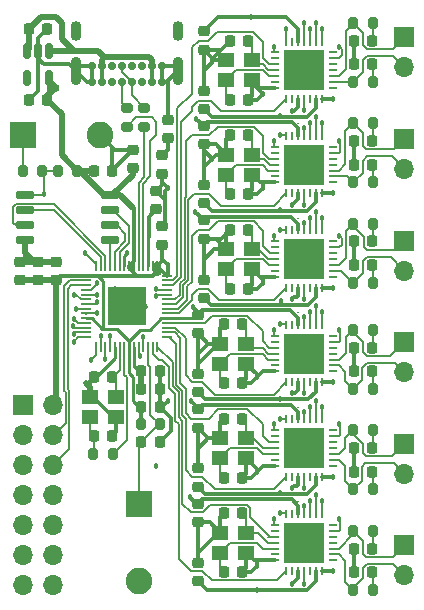
<source format=gbr>
%TF.GenerationSoftware,KiCad,Pcbnew,8.0.6*%
%TF.CreationDate,2024-11-27T12:31:08-05:00*%
%TF.ProjectId,CAN Board,43414e20-426f-4617-9264-2e6b69636164,rev?*%
%TF.SameCoordinates,Original*%
%TF.FileFunction,Copper,L1,Top*%
%TF.FilePolarity,Positive*%
%FSLAX46Y46*%
G04 Gerber Fmt 4.6, Leading zero omitted, Abs format (unit mm)*
G04 Created by KiCad (PCBNEW 8.0.6) date 2024-11-27 12:31:08*
%MOMM*%
%LPD*%
G01*
G04 APERTURE LIST*
G04 Aperture macros list*
%AMRoundRect*
0 Rectangle with rounded corners*
0 $1 Rounding radius*
0 $2 $3 $4 $5 $6 $7 $8 $9 X,Y pos of 4 corners*
0 Add a 4 corners polygon primitive as box body*
4,1,4,$2,$3,$4,$5,$6,$7,$8,$9,$2,$3,0*
0 Add four circle primitives for the rounded corners*
1,1,$1+$1,$2,$3*
1,1,$1+$1,$4,$5*
1,1,$1+$1,$6,$7*
1,1,$1+$1,$8,$9*
0 Add four rect primitives between the rounded corners*
20,1,$1+$1,$2,$3,$4,$5,0*
20,1,$1+$1,$4,$5,$6,$7,0*
20,1,$1+$1,$6,$7,$8,$9,0*
20,1,$1+$1,$8,$9,$2,$3,0*%
G04 Aperture macros list end*
%TA.AperFunction,SMDPad,CuDef*%
%ADD10RoundRect,0.225000X0.250000X-0.225000X0.250000X0.225000X-0.250000X0.225000X-0.250000X-0.225000X0*%
%TD*%
%TA.AperFunction,SMDPad,CuDef*%
%ADD11R,1.400000X1.200000*%
%TD*%
%TA.AperFunction,SMDPad,CuDef*%
%ADD12RoundRect,0.225000X0.225000X0.250000X-0.225000X0.250000X-0.225000X-0.250000X0.225000X-0.250000X0*%
%TD*%
%TA.AperFunction,SMDPad,CuDef*%
%ADD13RoundRect,0.200000X0.200000X0.275000X-0.200000X0.275000X-0.200000X-0.275000X0.200000X-0.275000X0*%
%TD*%
%TA.AperFunction,ComponentPad*%
%ADD14C,0.700000*%
%TD*%
%TA.AperFunction,ComponentPad*%
%ADD15O,0.900000X2.400000*%
%TD*%
%TA.AperFunction,ComponentPad*%
%ADD16O,0.900000X1.700000*%
%TD*%
%TA.AperFunction,SMDPad,CuDef*%
%ADD17RoundRect,0.225000X-0.250000X0.225000X-0.250000X-0.225000X0.250000X-0.225000X0.250000X0.225000X0*%
%TD*%
%TA.AperFunction,SMDPad,CuDef*%
%ADD18R,0.762000X0.254000*%
%TD*%
%TA.AperFunction,SMDPad,CuDef*%
%ADD19R,0.254000X0.762000*%
%TD*%
%TA.AperFunction,SMDPad,CuDef*%
%ADD20R,3.352800X3.352800*%
%TD*%
%TA.AperFunction,SMDPad,CuDef*%
%ADD21RoundRect,0.200000X-0.200000X-0.275000X0.200000X-0.275000X0.200000X0.275000X-0.200000X0.275000X0*%
%TD*%
%TA.AperFunction,SMDPad,CuDef*%
%ADD22RoundRect,0.225000X-0.225000X-0.250000X0.225000X-0.250000X0.225000X0.250000X-0.225000X0.250000X0*%
%TD*%
%TA.AperFunction,SMDPad,CuDef*%
%ADD23RoundRect,0.200000X-0.275000X0.200000X-0.275000X-0.200000X0.275000X-0.200000X0.275000X0.200000X0*%
%TD*%
%TA.AperFunction,ComponentPad*%
%ADD24R,1.700000X1.700000*%
%TD*%
%TA.AperFunction,ComponentPad*%
%ADD25O,1.700000X1.700000*%
%TD*%
%TA.AperFunction,SMDPad,CuDef*%
%ADD26RoundRect,0.150000X-0.650000X-0.150000X0.650000X-0.150000X0.650000X0.150000X-0.650000X0.150000X0*%
%TD*%
%TA.AperFunction,ComponentPad*%
%ADD27R,2.250000X2.250000*%
%TD*%
%TA.AperFunction,ComponentPad*%
%ADD28C,2.250000*%
%TD*%
%TA.AperFunction,SMDPad,CuDef*%
%ADD29RoundRect,0.150000X-0.150000X0.512500X-0.150000X-0.512500X0.150000X-0.512500X0.150000X0.512500X0*%
%TD*%
%TA.AperFunction,SMDPad,CuDef*%
%ADD30RoundRect,0.050000X-0.387500X-0.050000X0.387500X-0.050000X0.387500X0.050000X-0.387500X0.050000X0*%
%TD*%
%TA.AperFunction,SMDPad,CuDef*%
%ADD31RoundRect,0.050000X-0.050000X-0.387500X0.050000X-0.387500X0.050000X0.387500X-0.050000X0.387500X0*%
%TD*%
%TA.AperFunction,HeatsinkPad*%
%ADD32R,3.200000X3.200000*%
%TD*%
%TA.AperFunction,ViaPad*%
%ADD33C,0.457200*%
%TD*%
%TA.AperFunction,ViaPad*%
%ADD34C,0.610000*%
%TD*%
%TA.AperFunction,Conductor*%
%ADD35C,0.152400*%
%TD*%
%TA.AperFunction,Conductor*%
%ADD36C,0.508000*%
%TD*%
%TA.AperFunction,Conductor*%
%ADD37C,0.304800*%
%TD*%
%TA.AperFunction,Conductor*%
%ADD38C,0.254000*%
%TD*%
%TA.AperFunction,Conductor*%
%ADD39C,0.762000*%
%TD*%
G04 APERTURE END LIST*
D10*
%TO.P,C48,1*%
%TO.N,+5V*%
X43000000Y-52275000D03*
%TO.P,C48,2*%
%TO.N,GND*%
X43000000Y-50725000D03*
%TD*%
D11*
%TO.P,Y7,1,1*%
%TO.N,/CAN Output 6/OSC1*%
X44900000Y-57850000D03*
%TO.P,Y7,2,2*%
%TO.N,GND*%
X47100000Y-57850000D03*
%TO.P,Y7,3,3*%
%TO.N,/CAN Output 6/OSC2*%
X47100000Y-56150000D03*
%TO.P,Y7,4,4*%
%TO.N,GND*%
X44900000Y-56150000D03*
%TD*%
D12*
%TO.P,C54,1*%
%TO.N,/CAN Output 6/OSC2*%
X46775000Y-54500000D03*
%TO.P,C54,2*%
%TO.N,GND*%
X45225000Y-54500000D03*
%TD*%
D13*
%TO.P,R2,1*%
%TO.N,/XOUT*%
X35825000Y-49500000D03*
%TO.P,R2,2*%
%TO.N,Net-(C2-Pad1)*%
X34175000Y-49500000D03*
%TD*%
D10*
%TO.P,C34,1*%
%TO.N,+5V*%
X43500000Y-36275000D03*
%TO.P,C34,2*%
%TO.N,GND*%
X43500000Y-34725000D03*
%TD*%
D14*
%TO.P,J3,A1,GND*%
%TO.N,GND*%
X39975000Y-18025000D03*
%TO.P,J3,A4,VBUS*%
%TO.N,+5V*%
X39125000Y-18025000D03*
%TO.P,J3,A5,CC1*%
%TO.N,unconnected-(J3-CC1-PadA5)*%
X38275000Y-18025000D03*
%TO.P,J3,A6,D+*%
%TO.N,D+*%
X37425000Y-18025000D03*
%TO.P,J3,A7,D-*%
%TO.N,D-*%
X36575000Y-18025000D03*
%TO.P,J3,A8,SBU1*%
%TO.N,unconnected-(J3-SBU1-PadA8)*%
X35725000Y-18025000D03*
%TO.P,J3,A9,VBUS*%
%TO.N,+5V*%
X34875000Y-18025000D03*
%TO.P,J3,A12,GND*%
%TO.N,GND*%
X34025000Y-18025000D03*
%TO.P,J3,B1,GND*%
X34025000Y-16675000D03*
%TO.P,J3,B4,VBUS*%
%TO.N,+5V*%
X34875000Y-16675000D03*
%TO.P,J3,B5,CC2*%
%TO.N,unconnected-(J3-CC2-PadB5)*%
X35725000Y-16675000D03*
%TO.P,J3,B6,D+*%
%TO.N,D+*%
X36575000Y-16675000D03*
%TO.P,J3,B7,D-*%
%TO.N,D-*%
X37425000Y-16675000D03*
%TO.P,J3,B8,SBU2*%
%TO.N,unconnected-(J3-SBU2-PadB8)*%
X38275000Y-16675000D03*
%TO.P,J3,B9,VBUS*%
%TO.N,+5V*%
X39125000Y-16675000D03*
%TO.P,J3,B12,GND*%
%TO.N,GND*%
X39975000Y-16675000D03*
D15*
%TO.P,J3,S1,SHIELD*%
X41325000Y-17045000D03*
D16*
X41325000Y-13665000D03*
D15*
X32675000Y-17045000D03*
D16*
X32675000Y-13665000D03*
%TD*%
D17*
%TO.P,C56,1*%
%TO.N,+3V3*%
X43000000Y-53725000D03*
%TO.P,C56,2*%
%TO.N,GND*%
X43000000Y-55275000D03*
%TD*%
D11*
%TO.P,Y1,1,1*%
%TO.N,Net-(C2-Pad1)*%
X33900000Y-46350000D03*
%TO.P,Y1,2,2*%
%TO.N,GND*%
X36100000Y-46350000D03*
%TO.P,Y1,3,3*%
%TO.N,/XIN*%
X36100000Y-44650000D03*
%TO.P,Y1,4,4*%
%TO.N,GND*%
X33900000Y-44650000D03*
%TD*%
D18*
%TO.P,U8,1,RXCAN*%
%TO.N,Net-(U8-RXCAN)*%
X49574300Y-47500000D03*
%TO.P,U8,2,CLKO/SOF*%
%TO.N,unconnected-(U8-CLKO{slash}SOF-Pad2)*%
X49574300Y-47999999D03*
%TO.P,U8,3,nINT*%
%TO.N,CAN5 INT*%
X49574300Y-48500001D03*
%TO.P,U8,4,OSC2*%
%TO.N,/CAN Output 5/OSC2*%
X49574300Y-49000000D03*
%TO.P,U8,5,OSC1*%
%TO.N,/CAN Output 5/OSC1*%
X49574300Y-49499999D03*
%TO.P,U8,6,NC*%
%TO.N,unconnected-(U8-NC-Pad6)*%
X49574300Y-50000001D03*
%TO.P,U8,7,VSS*%
%TO.N,GND*%
X49574300Y-50500000D03*
D19*
%TO.P,U8,8,nINT1/GPIO1*%
%TO.N,CAN5 INT1*%
X50500000Y-51425700D03*
%TO.P,U8,9,nINT0/GPIO0/XSTBY*%
%TO.N,unconnected-(U8-nINT0{slash}GPIO0{slash}XSTBY-Pad9)*%
X50999999Y-51425700D03*
%TO.P,U8,10,GND*%
%TO.N,GND*%
X51500001Y-51425700D03*
%TO.P,U8,11,RXD*%
%TO.N,Net-(U8-RXCAN)*%
X52000000Y-51425700D03*
%TO.P,U8,12,NC*%
%TO.N,unconnected-(U8-NC-Pad12)*%
X52499999Y-51425700D03*
%TO.P,U8,13,VCC*%
%TO.N,+5V*%
X53000001Y-51425700D03*
%TO.P,U8,14,VIO*%
%TO.N,+3V3*%
X53500000Y-51425700D03*
D18*
%TO.P,U8,15,NC*%
%TO.N,unconnected-(U8-NC-Pad15)*%
X54425700Y-50500000D03*
%TO.P,U8,16,CANL*%
%TO.N,CAN5L*%
X54425700Y-50000001D03*
%TO.P,U8,17,CANH*%
%TO.N,CAN5H*%
X54425700Y-49499999D03*
%TO.P,U8,18,STBY*%
%TO.N,unconnected-(U8-STBY-Pad18)*%
X54425700Y-49000000D03*
%TO.P,U8,19,NC*%
%TO.N,unconnected-(U8-NC-Pad19)*%
X54425700Y-48500001D03*
%TO.P,U8,20,TXD*%
%TO.N,Net-(U8-TXCAN)*%
X54425700Y-47999999D03*
%TO.P,U8,21,NC*%
%TO.N,unconnected-(U8-NC-Pad21)*%
X54425700Y-47500000D03*
D19*
%TO.P,U8,22,SCK*%
%TO.N,SPI0 SCK*%
X53500000Y-46574300D03*
%TO.P,U8,23,SDI*%
%TO.N,SPI0 TX*%
X53000001Y-46574300D03*
%TO.P,U8,24,SDO*%
%TO.N,SPI0 RX*%
X52499999Y-46574300D03*
%TO.P,U8,25,nCS*%
%TO.N,SPI0 5CS*%
X52000000Y-46574300D03*
%TO.P,U8,26,VDD*%
%TO.N,+3V3*%
X51500001Y-46574300D03*
%TO.P,U8,27,NC*%
%TO.N,unconnected-(U8-NC-Pad27)*%
X50999999Y-46574300D03*
%TO.P,U8,28,TXCAN*%
%TO.N,Net-(U8-TXCAN)*%
X50500000Y-46574300D03*
D20*
%TO.P,U8,29,EP*%
%TO.N,unconnected-(U8-EP-Pad29)*%
X52000000Y-49000000D03*
%TD*%
D21*
%TO.P,R12,1*%
%TO.N,CAN3H*%
X56175000Y-30000000D03*
%TO.P,R12,2*%
%TO.N,Net-(C37-Pad1)*%
X57825000Y-30000000D03*
%TD*%
D10*
%TO.P,C11,1*%
%TO.N,+3V3*%
X28000000Y-34775000D03*
%TO.P,C11,2*%
%TO.N,GND*%
X28000000Y-33225000D03*
%TD*%
D12*
%TO.P,C51,1*%
%TO.N,Net-(C51-Pad1)*%
X57775000Y-49000000D03*
%TO.P,C51,2*%
%TO.N,GND*%
X56225000Y-49000000D03*
%TD*%
D10*
%TO.P,C41,1*%
%TO.N,+5V*%
X43000000Y-44275000D03*
%TO.P,C41,2*%
%TO.N,GND*%
X43000000Y-42725000D03*
%TD*%
%TO.P,C8,1*%
%TO.N,+3V3*%
X37500000Y-25275000D03*
%TO.P,C8,2*%
%TO.N,GND*%
X37500000Y-23725000D03*
%TD*%
D22*
%TO.P,C9,1*%
%TO.N,+3V3*%
X34225000Y-25500000D03*
%TO.P,C9,2*%
%TO.N,GND*%
X35775000Y-25500000D03*
%TD*%
D10*
%TO.P,C13,1*%
%TO.N,+3V3*%
X31000000Y-34775000D03*
%TO.P,C13,2*%
%TO.N,GND*%
X31000000Y-33225000D03*
%TD*%
D23*
%TO.P,R4,1*%
%TO.N,D-*%
X37000000Y-20175000D03*
%TO.P,R4,2*%
%TO.N,/ucd+*%
X37000000Y-21825000D03*
%TD*%
D12*
%TO.P,C33,1*%
%TO.N,/CAN Output 3/OSC2*%
X47275000Y-30500000D03*
%TO.P,C33,2*%
%TO.N,GND*%
X45725000Y-30500000D03*
%TD*%
D24*
%TO.P,J1,1,Pin_1*%
%TO.N,+5V*%
X28225000Y-45375000D03*
D25*
%TO.P,J1,2,Pin_2*%
%TO.N,+3V3*%
X30765000Y-45375000D03*
%TO.P,J1,3,Pin_3*%
%TO.N,GND*%
X28225000Y-47915000D03*
%TO.P,J1,4,Pin_4*%
%TO.N,TX0*%
X30765000Y-47915000D03*
%TO.P,J1,5,Pin_5*%
%TO.N,SPI1 TX*%
X28225000Y-50455000D03*
%TO.P,J1,6,Pin_6*%
%TO.N,RX0*%
X30765000Y-50455000D03*
%TO.P,J1,7,Pin_7*%
%TO.N,SPI1 RX*%
X28225000Y-52995000D03*
%TO.P,J1,8,Pin_8*%
%TO.N,ADC 0*%
X30765000Y-52995000D03*
%TO.P,J1,9,Pin_9*%
%TO.N,SPI1 CSn*%
X28225000Y-55535000D03*
%TO.P,J1,10,Pin_10*%
%TO.N,ADC 1*%
X30765000Y-55535000D03*
%TO.P,J1,11,Pin_11*%
%TO.N,SPI1 SCK*%
X28225000Y-58075000D03*
%TO.P,J1,12,Pin_12*%
%TO.N,SWCLK*%
X30765000Y-58075000D03*
%TO.P,J1,13,Pin_13*%
%TO.N,GPIO 15*%
X28225000Y-60615000D03*
%TO.P,J1,14,Pin_14*%
%TO.N,SWD*%
X30765000Y-60615000D03*
%TD*%
D22*
%TO.P,C25,1*%
%TO.N,/CAN Output 2/OSC1*%
X45725000Y-27500000D03*
%TO.P,C25,2*%
%TO.N,GND*%
X47275000Y-27500000D03*
%TD*%
D12*
%TO.P,C22,1*%
%TO.N,Net-(C22-Pad1)*%
X57775000Y-16500000D03*
%TO.P,C22,2*%
%TO.N,GND*%
X56225000Y-16500000D03*
%TD*%
D22*
%TO.P,C53,1*%
%TO.N,/CAN Output 6/OSC1*%
X45225000Y-59500000D03*
%TO.P,C53,2*%
%TO.N,GND*%
X46775000Y-59500000D03*
%TD*%
D18*
%TO.P,U4,1,RXCAN*%
%TO.N,Net-(U4-RXCAN)*%
X49574300Y-15500000D03*
%TO.P,U4,2,CLKO/SOF*%
%TO.N,unconnected-(U4-CLKO{slash}SOF-Pad2)*%
X49574300Y-15999999D03*
%TO.P,U4,3,nINT*%
%TO.N,CAN1 INT*%
X49574300Y-16500001D03*
%TO.P,U4,4,OSC2*%
%TO.N,/CAN Output 1/OSC2*%
X49574300Y-17000000D03*
%TO.P,U4,5,OSC1*%
%TO.N,/CAN Output 1/OSC1*%
X49574300Y-17499999D03*
%TO.P,U4,6,NC*%
%TO.N,unconnected-(U4-NC-Pad6)*%
X49574300Y-18000001D03*
%TO.P,U4,7,VSS*%
%TO.N,GND*%
X49574300Y-18500000D03*
D19*
%TO.P,U4,8,nINT1/GPIO1*%
%TO.N,CAN1 INT1*%
X50500000Y-19425700D03*
%TO.P,U4,9,nINT0/GPIO0/XSTBY*%
%TO.N,unconnected-(U4-nINT0{slash}GPIO0{slash}XSTBY-Pad9)*%
X50999999Y-19425700D03*
%TO.P,U4,10,GND*%
%TO.N,GND*%
X51500001Y-19425700D03*
%TO.P,U4,11,RXD*%
%TO.N,Net-(U4-RXCAN)*%
X52000000Y-19425700D03*
%TO.P,U4,12,NC*%
%TO.N,unconnected-(U4-NC-Pad12)*%
X52499999Y-19425700D03*
%TO.P,U4,13,VCC*%
%TO.N,+5V*%
X53000001Y-19425700D03*
%TO.P,U4,14,VIO*%
%TO.N,+3V3*%
X53500000Y-19425700D03*
D18*
%TO.P,U4,15,NC*%
%TO.N,unconnected-(U4-NC-Pad15)*%
X54425700Y-18500000D03*
%TO.P,U4,16,CANL*%
%TO.N,CAN1L*%
X54425700Y-18000001D03*
%TO.P,U4,17,CANH*%
%TO.N,CAN1H*%
X54425700Y-17499999D03*
%TO.P,U4,18,STBY*%
%TO.N,unconnected-(U4-STBY-Pad18)*%
X54425700Y-17000000D03*
%TO.P,U4,19,NC*%
%TO.N,unconnected-(U4-NC-Pad19)*%
X54425700Y-16500001D03*
%TO.P,U4,20,TXD*%
%TO.N,Net-(U4-TXCAN)*%
X54425700Y-15999999D03*
%TO.P,U4,21,NC*%
%TO.N,unconnected-(U4-NC-Pad21)*%
X54425700Y-15500000D03*
D19*
%TO.P,U4,22,SCK*%
%TO.N,SPI0 SCK*%
X53500000Y-14574300D03*
%TO.P,U4,23,SDI*%
%TO.N,SPI0 TX*%
X53000001Y-14574300D03*
%TO.P,U4,24,SDO*%
%TO.N,SPI0 RX*%
X52499999Y-14574300D03*
%TO.P,U4,25,nCS*%
%TO.N,SPI0 1CS*%
X52000000Y-14574300D03*
%TO.P,U4,26,VDD*%
%TO.N,+3V3*%
X51500001Y-14574300D03*
%TO.P,U4,27,NC*%
%TO.N,unconnected-(U4-NC-Pad27)*%
X50999999Y-14574300D03*
%TO.P,U4,28,TXCAN*%
%TO.N,Net-(U4-TXCAN)*%
X50500000Y-14574300D03*
D20*
%TO.P,U4,29,EP*%
%TO.N,unconnected-(U4-EP-Pad29)*%
X52000000Y-17000000D03*
%TD*%
D22*
%TO.P,C32,1*%
%TO.N,/CAN Output 3/OSC1*%
X45725000Y-35500000D03*
%TO.P,C32,2*%
%TO.N,GND*%
X47275000Y-35500000D03*
%TD*%
D10*
%TO.P,C27,1*%
%TO.N,+5V*%
X43500000Y-28275000D03*
%TO.P,C27,2*%
%TO.N,GND*%
X43500000Y-26725000D03*
%TD*%
D11*
%TO.P,Y3,1,1*%
%TO.N,/CAN Output 2/OSC1*%
X45400000Y-25850000D03*
%TO.P,Y3,2,2*%
%TO.N,GND*%
X47600000Y-25850000D03*
%TO.P,Y3,3,3*%
%TO.N,/CAN Output 2/OSC2*%
X47600000Y-24150000D03*
%TO.P,Y3,4,4*%
%TO.N,GND*%
X45400000Y-24150000D03*
%TD*%
D12*
%TO.P,C36,1*%
%TO.N,Net-(C36-Pad1)*%
X57775000Y-33500000D03*
%TO.P,C36,2*%
%TO.N,GND*%
X56225000Y-33500000D03*
%TD*%
%TO.P,C40,1*%
%TO.N,/CAN Output 4/OSC2*%
X46775000Y-38500000D03*
%TO.P,C40,2*%
%TO.N,GND*%
X45225000Y-38500000D03*
%TD*%
D21*
%TO.P,R15,1*%
%TO.N,CAN5L*%
X56175000Y-52500000D03*
%TO.P,R15,2*%
%TO.N,Net-(C50-Pad1)*%
X57825000Y-52500000D03*
%TD*%
D12*
%TO.P,C43,1*%
%TO.N,Net-(C43-Pad1)*%
X57775000Y-42500000D03*
%TO.P,C43,2*%
%TO.N,GND*%
X56225000Y-42500000D03*
%TD*%
D18*
%TO.P,U9,1,RXCAN*%
%TO.N,Net-(U9-RXCAN)*%
X49574300Y-55500000D03*
%TO.P,U9,2,CLKO/SOF*%
%TO.N,unconnected-(U9-CLKO{slash}SOF-Pad2)*%
X49574300Y-55999999D03*
%TO.P,U9,3,nINT*%
%TO.N,CAN6 INT*%
X49574300Y-56500001D03*
%TO.P,U9,4,OSC2*%
%TO.N,/CAN Output 6/OSC2*%
X49574300Y-57000000D03*
%TO.P,U9,5,OSC1*%
%TO.N,/CAN Output 6/OSC1*%
X49574300Y-57499999D03*
%TO.P,U9,6,NC*%
%TO.N,unconnected-(U9-NC-Pad6)*%
X49574300Y-58000001D03*
%TO.P,U9,7,VSS*%
%TO.N,GND*%
X49574300Y-58500000D03*
D19*
%TO.P,U9,8,nINT1/GPIO1*%
%TO.N,CAN6 INT1*%
X50500000Y-59425700D03*
%TO.P,U9,9,nINT0/GPIO0/XSTBY*%
%TO.N,unconnected-(U9-nINT0{slash}GPIO0{slash}XSTBY-Pad9)*%
X50999999Y-59425700D03*
%TO.P,U9,10,GND*%
%TO.N,GND*%
X51500001Y-59425700D03*
%TO.P,U9,11,RXD*%
%TO.N,Net-(U9-RXCAN)*%
X52000000Y-59425700D03*
%TO.P,U9,12,NC*%
%TO.N,unconnected-(U9-NC-Pad12)*%
X52499999Y-59425700D03*
%TO.P,U9,13,VCC*%
%TO.N,+5V*%
X53000001Y-59425700D03*
%TO.P,U9,14,VIO*%
%TO.N,+3V3*%
X53500000Y-59425700D03*
D18*
%TO.P,U9,15,NC*%
%TO.N,unconnected-(U9-NC-Pad15)*%
X54425700Y-58500000D03*
%TO.P,U9,16,CANL*%
%TO.N,CAN6L*%
X54425700Y-58000001D03*
%TO.P,U9,17,CANH*%
%TO.N,CAN6H*%
X54425700Y-57499999D03*
%TO.P,U9,18,STBY*%
%TO.N,unconnected-(U9-STBY-Pad18)*%
X54425700Y-57000000D03*
%TO.P,U9,19,NC*%
%TO.N,unconnected-(U9-NC-Pad19)*%
X54425700Y-56500001D03*
%TO.P,U9,20,TXD*%
%TO.N,Net-(U9-TXCAN)*%
X54425700Y-55999999D03*
%TO.P,U9,21,NC*%
%TO.N,unconnected-(U9-NC-Pad21)*%
X54425700Y-55500000D03*
D19*
%TO.P,U9,22,SCK*%
%TO.N,SPI0 SCK*%
X53500000Y-54574300D03*
%TO.P,U9,23,SDI*%
%TO.N,SPI0 TX*%
X53000001Y-54574300D03*
%TO.P,U9,24,SDO*%
%TO.N,SPI0 RX*%
X52499999Y-54574300D03*
%TO.P,U9,25,nCS*%
%TO.N,SPI0 6CS*%
X52000000Y-54574300D03*
%TO.P,U9,26,VDD*%
%TO.N,+3V3*%
X51500001Y-54574300D03*
%TO.P,U9,27,NC*%
%TO.N,unconnected-(U9-NC-Pad27)*%
X50999999Y-54574300D03*
%TO.P,U9,28,TXCAN*%
%TO.N,Net-(U9-TXCAN)*%
X50500000Y-54574300D03*
D20*
%TO.P,U9,29,EP*%
%TO.N,unconnected-(U9-EP-Pad29)*%
X52000000Y-57000000D03*
%TD*%
D18*
%TO.P,U7,1,RXCAN*%
%TO.N,Net-(U7-RXCAN)*%
X49574300Y-39500000D03*
%TO.P,U7,2,CLKO/SOF*%
%TO.N,unconnected-(U7-CLKO{slash}SOF-Pad2)*%
X49574300Y-39999999D03*
%TO.P,U7,3,nINT*%
%TO.N,CAN4 INT*%
X49574300Y-40500001D03*
%TO.P,U7,4,OSC2*%
%TO.N,/CAN Output 4/OSC2*%
X49574300Y-41000000D03*
%TO.P,U7,5,OSC1*%
%TO.N,/CAN Output 4/OSC1*%
X49574300Y-41499999D03*
%TO.P,U7,6,NC*%
%TO.N,unconnected-(U7-NC-Pad6)*%
X49574300Y-42000001D03*
%TO.P,U7,7,VSS*%
%TO.N,GND*%
X49574300Y-42500000D03*
D19*
%TO.P,U7,8,nINT1/GPIO1*%
%TO.N,CAN4 INT1*%
X50500000Y-43425700D03*
%TO.P,U7,9,nINT0/GPIO0/XSTBY*%
%TO.N,unconnected-(U7-nINT0{slash}GPIO0{slash}XSTBY-Pad9)*%
X50999999Y-43425700D03*
%TO.P,U7,10,GND*%
%TO.N,GND*%
X51500001Y-43425700D03*
%TO.P,U7,11,RXD*%
%TO.N,Net-(U7-RXCAN)*%
X52000000Y-43425700D03*
%TO.P,U7,12,NC*%
%TO.N,unconnected-(U7-NC-Pad12)*%
X52499999Y-43425700D03*
%TO.P,U7,13,VCC*%
%TO.N,+5V*%
X53000001Y-43425700D03*
%TO.P,U7,14,VIO*%
%TO.N,+3V3*%
X53500000Y-43425700D03*
D18*
%TO.P,U7,15,NC*%
%TO.N,unconnected-(U7-NC-Pad15)*%
X54425700Y-42500000D03*
%TO.P,U7,16,CANL*%
%TO.N,CAN4L*%
X54425700Y-42000001D03*
%TO.P,U7,17,CANH*%
%TO.N,CAN4H*%
X54425700Y-41499999D03*
%TO.P,U7,18,STBY*%
%TO.N,unconnected-(U7-STBY-Pad18)*%
X54425700Y-41000000D03*
%TO.P,U7,19,NC*%
%TO.N,unconnected-(U7-NC-Pad19)*%
X54425700Y-40500001D03*
%TO.P,U7,20,TXD*%
%TO.N,Net-(U7-TXCAN)*%
X54425700Y-39999999D03*
%TO.P,U7,21,NC*%
%TO.N,unconnected-(U7-NC-Pad21)*%
X54425700Y-39500000D03*
D19*
%TO.P,U7,22,SCK*%
%TO.N,SPI0 SCK*%
X53500000Y-38574300D03*
%TO.P,U7,23,SDI*%
%TO.N,SPI0 TX*%
X53000001Y-38574300D03*
%TO.P,U7,24,SDO*%
%TO.N,SPI0 RX*%
X52499999Y-38574300D03*
%TO.P,U7,25,nCS*%
%TO.N,SPI0 4CS*%
X52000000Y-38574300D03*
%TO.P,U7,26,VDD*%
%TO.N,+3V3*%
X51500001Y-38574300D03*
%TO.P,U7,27,NC*%
%TO.N,unconnected-(U7-NC-Pad27)*%
X50999999Y-38574300D03*
%TO.P,U7,28,TXCAN*%
%TO.N,Net-(U7-TXCAN)*%
X50500000Y-38574300D03*
D20*
%TO.P,U7,29,EP*%
%TO.N,unconnected-(U7-EP-Pad29)*%
X52000000Y-41000000D03*
%TD*%
D24*
%TO.P,J8,1,Pin_1*%
%TO.N,CAN5H*%
X60500000Y-48625000D03*
D25*
%TO.P,J8,2,Pin_2*%
%TO.N,CAN5L*%
X60500000Y-51165000D03*
%TD*%
D21*
%TO.P,R18,1*%
%TO.N,CAN6H*%
X56175000Y-56000000D03*
%TO.P,R18,2*%
%TO.N,Net-(C58-Pad1)*%
X57825000Y-56000000D03*
%TD*%
D10*
%TO.P,C12,1*%
%TO.N,+3V3*%
X29500000Y-34775000D03*
%TO.P,C12,2*%
%TO.N,GND*%
X29500000Y-33225000D03*
%TD*%
D21*
%TO.P,R9,1*%
%TO.N,CAN2L*%
X56175000Y-26500000D03*
%TO.P,R9,2*%
%TO.N,Net-(C29-Pad1)*%
X57825000Y-26500000D03*
%TD*%
D10*
%TO.P,C7,1*%
%TO.N,+3V3*%
X40000000Y-31775000D03*
%TO.P,C7,2*%
%TO.N,GND*%
X40000000Y-30225000D03*
%TD*%
D26*
%TO.P,U2,1,~{CS}*%
%TO.N,/QSPI_SS*%
X28400000Y-27595000D03*
%TO.P,U2,2,DO(IO1)*%
%TO.N,/QSPI_SD1*%
X28400000Y-28865000D03*
%TO.P,U2,3,IO2*%
%TO.N,/QSPI_SD2*%
X28400000Y-30135000D03*
%TO.P,U2,4,GND*%
%TO.N,GND*%
X28400000Y-31405000D03*
%TO.P,U2,5,DI(IO0)*%
%TO.N,/QSPI_SD0*%
X35600000Y-31405000D03*
%TO.P,U2,6,CLK*%
%TO.N,/QSPI_SCLK*%
X35600000Y-30135000D03*
%TO.P,U2,7,IO3*%
%TO.N,/QSPI_SD3*%
X35600000Y-28865000D03*
%TO.P,U2,8,VCC*%
%TO.N,+3V3*%
X35600000Y-27595000D03*
%TD*%
D21*
%TO.P,R7,1*%
%TO.N,CAN1L*%
X56175000Y-18000000D03*
%TO.P,R7,2*%
%TO.N,Net-(C22-Pad1)*%
X57825000Y-18000000D03*
%TD*%
D22*
%TO.P,C18,1*%
%TO.N,/CAN Output 1/OSC1*%
X45725000Y-19500000D03*
%TO.P,C18,2*%
%TO.N,GND*%
X47275000Y-19500000D03*
%TD*%
D11*
%TO.P,Y5,1,1*%
%TO.N,/CAN Output 4/OSC1*%
X44900000Y-41850000D03*
%TO.P,Y5,2,2*%
%TO.N,GND*%
X47100000Y-41850000D03*
%TO.P,Y5,3,3*%
%TO.N,/CAN Output 4/OSC2*%
X47100000Y-40150000D03*
%TO.P,Y5,4,4*%
%TO.N,GND*%
X44900000Y-40150000D03*
%TD*%
D12*
%TO.P,C50,1*%
%TO.N,Net-(C50-Pad1)*%
X57775000Y-51000000D03*
%TO.P,C50,2*%
%TO.N,GND*%
X56225000Y-51000000D03*
%TD*%
D13*
%TO.P,R6,1*%
%TO.N,+3V3*%
X32825000Y-25500000D03*
%TO.P,R6,2*%
%TO.N,/QSPI_SS*%
X31175000Y-25500000D03*
%TD*%
D27*
%TO.P,SW2,1,1*%
%TO.N,Net-(R5-Pad2)*%
X28250000Y-22500000D03*
D28*
%TO.P,SW2,2,2*%
%TO.N,GND*%
X34750000Y-22500000D03*
%TD*%
D17*
%TO.P,C15,1*%
%TO.N,+3V3*%
X40000000Y-24225000D03*
%TO.P,C15,2*%
%TO.N,GND*%
X40000000Y-25775000D03*
%TD*%
D24*
%TO.P,J7,1,Pin_1*%
%TO.N,CAN4H*%
X60500000Y-40025000D03*
D25*
%TO.P,J7,2,Pin_2*%
%TO.N,CAN4L*%
X60500000Y-42565000D03*
%TD*%
D11*
%TO.P,Y4,1,1*%
%TO.N,/CAN Output 3/OSC1*%
X45400000Y-33850000D03*
%TO.P,Y4,2,2*%
%TO.N,GND*%
X47600000Y-33850000D03*
%TO.P,Y4,3,3*%
%TO.N,/CAN Output 3/OSC2*%
X47600000Y-32150000D03*
%TO.P,Y4,4,4*%
%TO.N,GND*%
X45400000Y-32150000D03*
%TD*%
D17*
%TO.P,C42,1*%
%TO.N,+3V3*%
X43000000Y-37725000D03*
%TO.P,C42,2*%
%TO.N,GND*%
X43000000Y-39275000D03*
%TD*%
D18*
%TO.P,U6,1,RXCAN*%
%TO.N,Net-(U6-RXCAN)*%
X49574300Y-31500000D03*
%TO.P,U6,2,CLKO/SOF*%
%TO.N,unconnected-(U6-CLKO{slash}SOF-Pad2)*%
X49574300Y-31999999D03*
%TO.P,U6,3,nINT*%
%TO.N,CAN3 INT*%
X49574300Y-32500001D03*
%TO.P,U6,4,OSC2*%
%TO.N,/CAN Output 3/OSC2*%
X49574300Y-33000000D03*
%TO.P,U6,5,OSC1*%
%TO.N,/CAN Output 3/OSC1*%
X49574300Y-33499999D03*
%TO.P,U6,6,NC*%
%TO.N,unconnected-(U6-NC-Pad6)*%
X49574300Y-34000001D03*
%TO.P,U6,7,VSS*%
%TO.N,GND*%
X49574300Y-34500000D03*
D19*
%TO.P,U6,8,nINT1/GPIO1*%
%TO.N,CAN3 INT1*%
X50500000Y-35425700D03*
%TO.P,U6,9,nINT0/GPIO0/XSTBY*%
%TO.N,unconnected-(U6-nINT0{slash}GPIO0{slash}XSTBY-Pad9)*%
X50999999Y-35425700D03*
%TO.P,U6,10,GND*%
%TO.N,GND*%
X51500001Y-35425700D03*
%TO.P,U6,11,RXD*%
%TO.N,Net-(U6-RXCAN)*%
X52000000Y-35425700D03*
%TO.P,U6,12,NC*%
%TO.N,unconnected-(U6-NC-Pad12)*%
X52499999Y-35425700D03*
%TO.P,U6,13,VCC*%
%TO.N,+5V*%
X53000001Y-35425700D03*
%TO.P,U6,14,VIO*%
%TO.N,+3V3*%
X53500000Y-35425700D03*
D18*
%TO.P,U6,15,NC*%
%TO.N,unconnected-(U6-NC-Pad15)*%
X54425700Y-34500000D03*
%TO.P,U6,16,CANL*%
%TO.N,CAN3L*%
X54425700Y-34000001D03*
%TO.P,U6,17,CANH*%
%TO.N,CAN3H*%
X54425700Y-33499999D03*
%TO.P,U6,18,STBY*%
%TO.N,unconnected-(U6-STBY-Pad18)*%
X54425700Y-33000000D03*
%TO.P,U6,19,NC*%
%TO.N,unconnected-(U6-NC-Pad19)*%
X54425700Y-32500001D03*
%TO.P,U6,20,TXD*%
%TO.N,Net-(U6-TXCAN)*%
X54425700Y-31999999D03*
%TO.P,U6,21,NC*%
%TO.N,unconnected-(U6-NC-Pad21)*%
X54425700Y-31500000D03*
D19*
%TO.P,U6,22,SCK*%
%TO.N,SPI0 SCK*%
X53500000Y-30574300D03*
%TO.P,U6,23,SDI*%
%TO.N,SPI0 TX*%
X53000001Y-30574300D03*
%TO.P,U6,24,SDO*%
%TO.N,SPI0 RX*%
X52499999Y-30574300D03*
%TO.P,U6,25,nCS*%
%TO.N,SPI0 3CS*%
X52000000Y-30574300D03*
%TO.P,U6,26,VDD*%
%TO.N,+3V3*%
X51500001Y-30574300D03*
%TO.P,U6,27,NC*%
%TO.N,unconnected-(U6-NC-Pad27)*%
X50999999Y-30574300D03*
%TO.P,U6,28,TXCAN*%
%TO.N,Net-(U6-TXCAN)*%
X50500000Y-30574300D03*
D20*
%TO.P,U6,29,EP*%
%TO.N,unconnected-(U6-EP-Pad29)*%
X52000000Y-33000000D03*
%TD*%
D12*
%TO.P,C19,1*%
%TO.N,/CAN Output 1/OSC2*%
X47275000Y-14500000D03*
%TO.P,C19,2*%
%TO.N,GND*%
X45725000Y-14500000D03*
%TD*%
%TO.P,C30,1*%
%TO.N,Net-(C30-Pad1)*%
X57775000Y-23000000D03*
%TO.P,C30,2*%
%TO.N,GND*%
X56225000Y-23000000D03*
%TD*%
%TO.P,C17,1*%
%TO.N,+3V3*%
X30275000Y-19500000D03*
%TO.P,C17,2*%
%TO.N,GND*%
X28725000Y-19500000D03*
%TD*%
%TO.P,C23,1*%
%TO.N,Net-(C23-Pad1)*%
X57775000Y-14500000D03*
%TO.P,C23,2*%
%TO.N,GND*%
X56225000Y-14500000D03*
%TD*%
D17*
%TO.P,C35,1*%
%TO.N,+3V3*%
X43500000Y-29725000D03*
%TO.P,C35,2*%
%TO.N,GND*%
X43500000Y-31275000D03*
%TD*%
D22*
%TO.P,C3,1*%
%TO.N,RUN*%
X38225000Y-48500000D03*
%TO.P,C3,2*%
%TO.N,GND*%
X39775000Y-48500000D03*
%TD*%
D12*
%TO.P,C26,1*%
%TO.N,/CAN Output 2/OSC2*%
X47275000Y-22500000D03*
%TO.P,C26,2*%
%TO.N,GND*%
X45725000Y-22500000D03*
%TD*%
D10*
%TO.P,C20,1*%
%TO.N,+5V*%
X43500000Y-20275000D03*
%TO.P,C20,2*%
%TO.N,GND*%
X43500000Y-18725000D03*
%TD*%
D29*
%TO.P,U3,1,VIN*%
%TO.N,+5V*%
X30450000Y-15362500D03*
%TO.P,U3,2,GND*%
%TO.N,GND*%
X29500000Y-15362500D03*
%TO.P,U3,3,EN*%
%TO.N,+5V*%
X28550000Y-15362500D03*
%TO.P,U3,4,NC*%
%TO.N,unconnected-(U3-NC-Pad4)*%
X28550000Y-17637500D03*
%TO.P,U3,5,VOUT*%
%TO.N,+3V3*%
X30450000Y-17637500D03*
%TD*%
D12*
%TO.P,C57,1*%
%TO.N,Net-(C57-Pad1)*%
X57775000Y-59500000D03*
%TO.P,C57,2*%
%TO.N,GND*%
X56225000Y-59500000D03*
%TD*%
D22*
%TO.P,C39,1*%
%TO.N,/CAN Output 4/OSC1*%
X45225000Y-43500000D03*
%TO.P,C39,2*%
%TO.N,GND*%
X46775000Y-43500000D03*
%TD*%
D21*
%TO.P,R1,1*%
%TO.N,+3V3*%
X38175000Y-47000000D03*
%TO.P,R1,2*%
%TO.N,RUN*%
X39825000Y-47000000D03*
%TD*%
D22*
%TO.P,C2,1*%
%TO.N,Net-(C2-Pad1)*%
X34225000Y-48000000D03*
%TO.P,C2,2*%
%TO.N,GND*%
X35775000Y-48000000D03*
%TD*%
D30*
%TO.P,U1,1,IOVDD*%
%TO.N,+3V3*%
X33562500Y-34400000D03*
%TO.P,U1,2,GPIO0*%
%TO.N,TX0*%
X33562500Y-34800000D03*
%TO.P,U1,3,GPIO1*%
%TO.N,RX0*%
X33562500Y-35200000D03*
%TO.P,U1,4,GPIO2*%
%TO.N,SPI0 SCK*%
X33562500Y-35600000D03*
%TO.P,U1,5,GPIO3*%
%TO.N,SPI0 TX*%
X33562500Y-36000000D03*
%TO.P,U1,6,GPIO4*%
%TO.N,SPI0 RX*%
X33562500Y-36400000D03*
%TO.P,U1,7,GPIO5*%
%TO.N,SPI0 1CS*%
X33562500Y-36800000D03*
%TO.P,U1,8,GPIO6*%
%TO.N,SPI0 2CS*%
X33562500Y-37200000D03*
%TO.P,U1,9,GPIO7*%
%TO.N,SPI0 3CS*%
X33562500Y-37600000D03*
%TO.P,U1,10,IOVDD*%
%TO.N,+3V3*%
X33562500Y-38000000D03*
%TO.P,U1,11,GPIO8*%
%TO.N,SPI0 4CS*%
X33562500Y-38400000D03*
%TO.P,U1,12,GPIO9*%
%TO.N,SPI0 5CS*%
X33562500Y-38800000D03*
%TO.P,U1,13,GPIO10*%
%TO.N,SPI0 6CS*%
X33562500Y-39200000D03*
%TO.P,U1,14,GPIO11*%
%TO.N,SPI1 TX*%
X33562500Y-39600000D03*
D31*
%TO.P,U1,15,GPIO12*%
%TO.N,SPI1 RX*%
X34400000Y-40437500D03*
%TO.P,U1,16,GPIO13*%
%TO.N,SPI1 CSn*%
X34800000Y-40437500D03*
%TO.P,U1,17,GPIO14*%
%TO.N,SPI1 SCK*%
X35200000Y-40437500D03*
%TO.P,U1,18,GPIO15*%
%TO.N,GPIO 15*%
X35600000Y-40437500D03*
%TO.P,U1,19,TESTEN*%
%TO.N,GND*%
X36000000Y-40437500D03*
%TO.P,U1,20,XIN*%
%TO.N,/XIN*%
X36400000Y-40437500D03*
%TO.P,U1,21,XOUT*%
%TO.N,/XOUT*%
X36800000Y-40437500D03*
%TO.P,U1,22,IOVDD*%
%TO.N,+3V3*%
X37200000Y-40437500D03*
%TO.P,U1,23,DVDD*%
%TO.N,+1V1*%
X37600000Y-40437500D03*
%TO.P,U1,24,SWCLK*%
%TO.N,SWCLK*%
X38000000Y-40437500D03*
%TO.P,U1,25,SWD*%
%TO.N,SWD*%
X38400000Y-40437500D03*
%TO.P,U1,26,RUN*%
%TO.N,RUN*%
X38800000Y-40437500D03*
%TO.P,U1,27,GPIO16*%
%TO.N,CAN6 INT1*%
X39200000Y-40437500D03*
%TO.P,U1,28,GPIO17*%
%TO.N,CAN6 INT*%
X39600000Y-40437500D03*
D30*
%TO.P,U1,29,GPIO18*%
%TO.N,CAN5 INT1*%
X40437500Y-39600000D03*
%TO.P,U1,30,GPIO19*%
%TO.N,CAN5 INT*%
X40437500Y-39200000D03*
%TO.P,U1,31,GPIO20*%
%TO.N,CAN4 INT1*%
X40437500Y-38800000D03*
%TO.P,U1,32,GPIO21*%
%TO.N,CAN4 INT*%
X40437500Y-38400000D03*
%TO.P,U1,33,IOVDD*%
%TO.N,+3V3*%
X40437500Y-38000000D03*
%TO.P,U1,34,GPIO22*%
%TO.N,CAN3 INT1*%
X40437500Y-37600000D03*
%TO.P,U1,35,GPIO23*%
%TO.N,CAN3 INT*%
X40437500Y-37200000D03*
%TO.P,U1,36,GPIO24*%
%TO.N,CAN2 INT1*%
X40437500Y-36800000D03*
%TO.P,U1,37,GPIO25*%
%TO.N,CAN2 INT*%
X40437500Y-36400000D03*
%TO.P,U1,38,GPIO26_ADC0*%
%TO.N,ADC 0*%
X40437500Y-36000000D03*
%TO.P,U1,39,GPIO27_ADC1*%
%TO.N,ADC 1*%
X40437500Y-35600000D03*
%TO.P,U1,40,GPIO28_ADC2*%
%TO.N,CAN1 INT1*%
X40437500Y-35200000D03*
%TO.P,U1,41,GPIO29_ADC3*%
%TO.N,CAN1 INT*%
X40437500Y-34800000D03*
%TO.P,U1,42,IOVDD*%
%TO.N,+3V3*%
X40437500Y-34400000D03*
D31*
%TO.P,U1,43,ADC_AVDD*%
X39600000Y-33562500D03*
%TO.P,U1,44,VREG_IN*%
X39200000Y-33562500D03*
%TO.P,U1,45,VREG_VOUT*%
%TO.N,+1V1*%
X38800000Y-33562500D03*
%TO.P,U1,46,USB_DM*%
%TO.N,/ucd+*%
X38400000Y-33562500D03*
%TO.P,U1,47,USB_DP*%
%TO.N,/ucd-*%
X38000000Y-33562500D03*
%TO.P,U1,48,USB_VDD*%
%TO.N,+3V3*%
X37600000Y-33562500D03*
%TO.P,U1,49,IOVDD*%
X37200000Y-33562500D03*
%TO.P,U1,50,DVDD*%
%TO.N,+1V1*%
X36800000Y-33562500D03*
%TO.P,U1,51,QSPI_SD3*%
%TO.N,/QSPI_SD3*%
X36400000Y-33562500D03*
%TO.P,U1,52,QSPI_SCLK*%
%TO.N,/QSPI_SCLK*%
X36000000Y-33562500D03*
%TO.P,U1,53,QSPI_SD0*%
%TO.N,/QSPI_SD0*%
X35600000Y-33562500D03*
%TO.P,U1,54,QSPI_SD2*%
%TO.N,/QSPI_SD2*%
X35200000Y-33562500D03*
%TO.P,U1,55,QSPI_SD1*%
%TO.N,/QSPI_SD1*%
X34800000Y-33562500D03*
%TO.P,U1,56,QSPI_SS*%
%TO.N,/QSPI_SS*%
X34400000Y-33562500D03*
D32*
%TO.P,U1,57,GND*%
%TO.N,GND*%
X37000000Y-37000000D03*
%TD*%
D17*
%TO.P,C49,1*%
%TO.N,+3V3*%
X43000000Y-45725000D03*
%TO.P,C49,2*%
%TO.N,GND*%
X43000000Y-47275000D03*
%TD*%
D21*
%TO.P,R16,1*%
%TO.N,CAN5H*%
X56175000Y-47500000D03*
%TO.P,R16,2*%
%TO.N,Net-(C51-Pad1)*%
X57825000Y-47500000D03*
%TD*%
%TO.P,R17,1*%
%TO.N,CAN6L*%
X56175000Y-61000000D03*
%TO.P,R17,2*%
%TO.N,Net-(C57-Pad1)*%
X57825000Y-61000000D03*
%TD*%
D23*
%TO.P,R3,1*%
%TO.N,D+*%
X38500000Y-20175000D03*
%TO.P,R3,2*%
%TO.N,/ucd-*%
X38500000Y-21825000D03*
%TD*%
D22*
%TO.P,C16,1*%
%TO.N,+5V*%
X28725000Y-13500000D03*
%TO.P,C16,2*%
%TO.N,GND*%
X30275000Y-13500000D03*
%TD*%
D11*
%TO.P,Y2,1,1*%
%TO.N,/CAN Output 1/OSC1*%
X45400000Y-17850000D03*
%TO.P,Y2,2,2*%
%TO.N,GND*%
X47600000Y-17850000D03*
%TO.P,Y2,3,3*%
%TO.N,/CAN Output 1/OSC2*%
X47600000Y-16150000D03*
%TO.P,Y2,4,4*%
%TO.N,GND*%
X45400000Y-16150000D03*
%TD*%
D24*
%TO.P,J6,1,Pin_1*%
%TO.N,CAN3H*%
X60500000Y-31425000D03*
D25*
%TO.P,J6,2,Pin_2*%
%TO.N,CAN3L*%
X60500000Y-33965000D03*
%TD*%
D10*
%TO.P,C6,1*%
%TO.N,+1V1*%
X39500000Y-28775000D03*
%TO.P,C6,2*%
%TO.N,GND*%
X39500000Y-27225000D03*
%TD*%
D12*
%TO.P,C47,1*%
%TO.N,/CAN Output 5/OSC2*%
X46775000Y-46500000D03*
%TO.P,C47,2*%
%TO.N,GND*%
X45225000Y-46500000D03*
%TD*%
D24*
%TO.P,J9,1,Pin_1*%
%TO.N,CAN6H*%
X60500000Y-57225000D03*
D25*
%TO.P,J9,2,Pin_2*%
%TO.N,CAN6L*%
X60500000Y-59765000D03*
%TD*%
D13*
%TO.P,R5,1*%
%TO.N,/QSPI_SS*%
X29825000Y-25500000D03*
%TO.P,R5,2*%
%TO.N,Net-(R5-Pad2)*%
X28175000Y-25500000D03*
%TD*%
D21*
%TO.P,R14,1*%
%TO.N,CAN4H*%
X56175000Y-39000000D03*
%TO.P,R14,2*%
%TO.N,Net-(C44-Pad1)*%
X57825000Y-39000000D03*
%TD*%
%TO.P,R11,1*%
%TO.N,CAN3L*%
X56175000Y-35000000D03*
%TO.P,R11,2*%
%TO.N,Net-(C36-Pad1)*%
X57825000Y-35000000D03*
%TD*%
D12*
%TO.P,C58,1*%
%TO.N,Net-(C58-Pad1)*%
X57775000Y-57500000D03*
%TO.P,C58,2*%
%TO.N,GND*%
X56225000Y-57500000D03*
%TD*%
%TO.P,C1,1*%
%TO.N,/XIN*%
X35775000Y-43000000D03*
%TO.P,C1,2*%
%TO.N,GND*%
X34225000Y-43000000D03*
%TD*%
D21*
%TO.P,R13,1*%
%TO.N,CAN4L*%
X56175000Y-44000000D03*
%TO.P,R13,2*%
%TO.N,Net-(C43-Pad1)*%
X57825000Y-44000000D03*
%TD*%
D12*
%TO.P,C44,1*%
%TO.N,Net-(C44-Pad1)*%
X57775000Y-40500000D03*
%TO.P,C44,2*%
%TO.N,GND*%
X56225000Y-40500000D03*
%TD*%
D21*
%TO.P,R8,1*%
%TO.N,CAN1H*%
X56175000Y-13000000D03*
%TO.P,R8,2*%
%TO.N,Net-(C23-Pad1)*%
X57825000Y-13000000D03*
%TD*%
D22*
%TO.P,C46,1*%
%TO.N,/CAN Output 5/OSC1*%
X45225000Y-51500000D03*
%TO.P,C46,2*%
%TO.N,GND*%
X46775000Y-51500000D03*
%TD*%
D17*
%TO.P,C28,1*%
%TO.N,+3V3*%
X43500000Y-21725000D03*
%TO.P,C28,2*%
%TO.N,GND*%
X43500000Y-23275000D03*
%TD*%
D22*
%TO.P,C4,1*%
%TO.N,+1V1*%
X38225000Y-44000000D03*
%TO.P,C4,2*%
%TO.N,GND*%
X39775000Y-44000000D03*
%TD*%
%TO.P,C14,1*%
%TO.N,+3V3*%
X38225000Y-45500000D03*
%TO.P,C14,2*%
%TO.N,GND*%
X39775000Y-45500000D03*
%TD*%
%TO.P,C5,1*%
%TO.N,+1V1*%
X38225000Y-42500000D03*
%TO.P,C5,2*%
%TO.N,GND*%
X39775000Y-42500000D03*
%TD*%
D10*
%TO.P,C10,1*%
%TO.N,+3V3*%
X40500000Y-22775000D03*
%TO.P,C10,2*%
%TO.N,GND*%
X40500000Y-21225000D03*
%TD*%
%TO.P,C55,1*%
%TO.N,+5V*%
X43000000Y-60275000D03*
%TO.P,C55,2*%
%TO.N,GND*%
X43000000Y-58725000D03*
%TD*%
D11*
%TO.P,Y6,1,1*%
%TO.N,/CAN Output 5/OSC1*%
X44900000Y-49850000D03*
%TO.P,Y6,2,2*%
%TO.N,GND*%
X47100000Y-49850000D03*
%TO.P,Y6,3,3*%
%TO.N,/CAN Output 5/OSC2*%
X47100000Y-48150000D03*
%TO.P,Y6,4,4*%
%TO.N,GND*%
X44900000Y-48150000D03*
%TD*%
D21*
%TO.P,R10,1*%
%TO.N,CAN2H*%
X56175000Y-21500000D03*
%TO.P,R10,2*%
%TO.N,Net-(C30-Pad1)*%
X57825000Y-21500000D03*
%TD*%
D12*
%TO.P,C29,1*%
%TO.N,Net-(C29-Pad1)*%
X57775000Y-25000000D03*
%TO.P,C29,2*%
%TO.N,GND*%
X56225000Y-25000000D03*
%TD*%
D24*
%TO.P,J5,1,Pin_1*%
%TO.N,CAN2H*%
X60500000Y-22825000D03*
D25*
%TO.P,J5,2,Pin_2*%
%TO.N,CAN2L*%
X60500000Y-25365000D03*
%TD*%
D24*
%TO.P,J4,1,Pin_1*%
%TO.N,CAN1H*%
X60500000Y-14225000D03*
D25*
%TO.P,J4,2,Pin_2*%
%TO.N,CAN1L*%
X60500000Y-16765000D03*
%TD*%
D12*
%TO.P,C37,1*%
%TO.N,Net-(C37-Pad1)*%
X57775000Y-31500000D03*
%TO.P,C37,2*%
%TO.N,GND*%
X56225000Y-31500000D03*
%TD*%
D17*
%TO.P,C21,1*%
%TO.N,+3V3*%
X43500000Y-13725000D03*
%TO.P,C21,2*%
%TO.N,GND*%
X43500000Y-15275000D03*
%TD*%
D18*
%TO.P,U5,1,RXCAN*%
%TO.N,Net-(U5-RXCAN)*%
X49574300Y-23500000D03*
%TO.P,U5,2,CLKO/SOF*%
%TO.N,unconnected-(U5-CLKO{slash}SOF-Pad2)*%
X49574300Y-23999999D03*
%TO.P,U5,3,nINT*%
%TO.N,CAN2 INT*%
X49574300Y-24500001D03*
%TO.P,U5,4,OSC2*%
%TO.N,/CAN Output 2/OSC2*%
X49574300Y-25000000D03*
%TO.P,U5,5,OSC1*%
%TO.N,/CAN Output 2/OSC1*%
X49574300Y-25499999D03*
%TO.P,U5,6,NC*%
%TO.N,unconnected-(U5-NC-Pad6)*%
X49574300Y-26000001D03*
%TO.P,U5,7,VSS*%
%TO.N,GND*%
X49574300Y-26500000D03*
D19*
%TO.P,U5,8,nINT1/GPIO1*%
%TO.N,CAN2 INT1*%
X50500000Y-27425700D03*
%TO.P,U5,9,nINT0/GPIO0/XSTBY*%
%TO.N,unconnected-(U5-nINT0{slash}GPIO0{slash}XSTBY-Pad9)*%
X50999999Y-27425700D03*
%TO.P,U5,10,GND*%
%TO.N,GND*%
X51500001Y-27425700D03*
%TO.P,U5,11,RXD*%
%TO.N,Net-(U5-RXCAN)*%
X52000000Y-27425700D03*
%TO.P,U5,12,NC*%
%TO.N,unconnected-(U5-NC-Pad12)*%
X52499999Y-27425700D03*
%TO.P,U5,13,VCC*%
%TO.N,+5V*%
X53000001Y-27425700D03*
%TO.P,U5,14,VIO*%
%TO.N,+3V3*%
X53500000Y-27425700D03*
D18*
%TO.P,U5,15,NC*%
%TO.N,unconnected-(U5-NC-Pad15)*%
X54425700Y-26500000D03*
%TO.P,U5,16,CANL*%
%TO.N,CAN2L*%
X54425700Y-26000001D03*
%TO.P,U5,17,CANH*%
%TO.N,CAN2H*%
X54425700Y-25499999D03*
%TO.P,U5,18,STBY*%
%TO.N,unconnected-(U5-STBY-Pad18)*%
X54425700Y-25000000D03*
%TO.P,U5,19,NC*%
%TO.N,unconnected-(U5-NC-Pad19)*%
X54425700Y-24500001D03*
%TO.P,U5,20,TXD*%
%TO.N,Net-(U5-TXCAN)*%
X54425700Y-23999999D03*
%TO.P,U5,21,NC*%
%TO.N,unconnected-(U5-NC-Pad21)*%
X54425700Y-23500000D03*
D19*
%TO.P,U5,22,SCK*%
%TO.N,SPI0 SCK*%
X53500000Y-22574300D03*
%TO.P,U5,23,SDI*%
%TO.N,SPI0 TX*%
X53000001Y-22574300D03*
%TO.P,U5,24,SDO*%
%TO.N,SPI0 RX*%
X52499999Y-22574300D03*
%TO.P,U5,25,nCS*%
%TO.N,SPI0 2CS*%
X52000000Y-22574300D03*
%TO.P,U5,26,VDD*%
%TO.N,+3V3*%
X51500001Y-22574300D03*
%TO.P,U5,27,NC*%
%TO.N,unconnected-(U5-NC-Pad27)*%
X50999999Y-22574300D03*
%TO.P,U5,28,TXCAN*%
%TO.N,Net-(U5-TXCAN)*%
X50500000Y-22574300D03*
D20*
%TO.P,U5,29,EP*%
%TO.N,unconnected-(U5-EP-Pad29)*%
X52000000Y-25000000D03*
%TD*%
D27*
%TO.P,SW1,1,1*%
%TO.N,RUN*%
X38000000Y-53750000D03*
D28*
%TO.P,SW1,2,2*%
%TO.N,GND*%
X38000000Y-60250000D03*
%TD*%
D33*
%TO.N,GND*%
X56225000Y-41500000D03*
X51000000Y-44347600D03*
X43500000Y-33045200D03*
X40500000Y-27000000D03*
X51000000Y-28424800D03*
X48000000Y-43000000D03*
X43000000Y-49045200D03*
X56225000Y-24000000D03*
X56225000Y-15500000D03*
X56225000Y-50000000D03*
X48500000Y-19000000D03*
X33542800Y-43500000D03*
X43000000Y-41000000D03*
X38554802Y-37054802D03*
X44197600Y-16347600D03*
X48500000Y-27000000D03*
X51000000Y-60500000D03*
X51000000Y-52347600D03*
X43000000Y-57000000D03*
X40500000Y-45000000D03*
X51000000Y-36347600D03*
X48000000Y-59000000D03*
X36000000Y-35500000D03*
X48500000Y-35000000D03*
X40704600Y-47500000D03*
X44210100Y-24500000D03*
X56225000Y-58500000D03*
X48000000Y-51000000D03*
X56225000Y-32500000D03*
X51000000Y-20424800D03*
X28400000Y-32500000D03*
%TO.N,+1V1*%
X38857200Y-31000000D03*
X37000000Y-32500000D03*
X38225000Y-43261282D03*
%TO.N,+3V3*%
X47500000Y-12500000D03*
X42818928Y-29043928D03*
X54425700Y-19425700D03*
X54425700Y-35425700D03*
X40500000Y-23500000D03*
X54425700Y-27425700D03*
X42870254Y-21095254D03*
X31000000Y-36000000D03*
X54425700Y-51425700D03*
X36943750Y-26443750D03*
X42326200Y-53173800D03*
X54425700Y-43425700D03*
D34*
X31000000Y-18500000D03*
D33*
X42475263Y-45043928D03*
X40500000Y-33500000D03*
X54425700Y-59425700D03*
%TO.N,+5V*%
X50000000Y-20882000D03*
D34*
X28725000Y-14342515D03*
D33*
X50000000Y-52804800D03*
X50000000Y-44804800D03*
X50029478Y-36542800D03*
X48000000Y-61033400D03*
X50000000Y-28882000D03*
%TO.N,SWCLK*%
X38114400Y-41185936D03*
%TO.N,SWD*%
X38400000Y-39608000D03*
%TO.N,/QSPI_SS*%
X30000000Y-27500000D03*
X33500000Y-32500000D03*
%TO.N,SPI0 RX*%
X52500000Y-13500000D03*
X52500000Y-53500000D03*
X52500000Y-45500000D03*
X52500000Y-29500000D03*
X32500000Y-36000000D03*
X52500000Y-21500000D03*
X52500000Y-37500000D03*
%TO.N,SPI0 6CS*%
X52033401Y-53926161D03*
X32500025Y-39304213D03*
%TO.N,SPI0 2CS*%
X32700000Y-37200000D03*
X52042799Y-21936625D03*
%TO.N,SPI0 SCK*%
X53500000Y-45500000D03*
X34480996Y-35011004D03*
X53500000Y-37500000D03*
X53500000Y-21500000D03*
X53500000Y-13500000D03*
X53500000Y-29500000D03*
X53500000Y-53500000D03*
%TO.N,SPI0 TX*%
X34492000Y-36000000D03*
X53000000Y-45000000D03*
X53000000Y-53000000D03*
X53000000Y-21000000D03*
X53000000Y-29000000D03*
X53000000Y-37000000D03*
X53000000Y-13000000D03*
%TO.N,SPI0 4CS*%
X52042800Y-37923891D03*
%TO.N,SPI0 1CS*%
X52000000Y-13000000D03*
X34492000Y-36650000D03*
%TO.N,SPI0 5CS*%
X32481512Y-38694891D03*
X52042799Y-45923891D03*
%TO.N,SPI0 3CS*%
X52042799Y-29923891D03*
X34492000Y-37600000D03*
%TO.N,Net-(U4-TXCAN)*%
X55000000Y-15000000D03*
X50500000Y-13500000D03*
%TO.N,Net-(U4-RXCAN)*%
X49500000Y-15000000D03*
X52000000Y-20390397D03*
%TO.N,Net-(U5-TXCAN)*%
X55000000Y-23000000D03*
X50000000Y-22500000D03*
%TO.N,Net-(U5-RXCAN)*%
X49500000Y-23000000D03*
X52000000Y-28390397D03*
%TO.N,Net-(U6-RXCAN)*%
X52000000Y-36347600D03*
X49500000Y-31000000D03*
%TO.N,Net-(U6-TXCAN)*%
X55000000Y-31000000D03*
X50000000Y-30500000D03*
%TO.N,Net-(U7-RXCAN)*%
X52000000Y-44347600D03*
X49500000Y-39000000D03*
%TO.N,ADC 1*%
X39500000Y-35500000D03*
%TO.N,Net-(U7-TXCAN)*%
X55000000Y-39000000D03*
X50000000Y-38500000D03*
%TO.N,SPI1 TX*%
X32500000Y-40000000D03*
%TO.N,Net-(U8-RXCAN)*%
X49500000Y-47000000D03*
X52000000Y-52347600D03*
%TO.N,Net-(U8-TXCAN)*%
X55000000Y-47000000D03*
X50000000Y-46500000D03*
%TO.N,Net-(U9-RXCAN)*%
X52000000Y-60500000D03*
X49500000Y-55000000D03*
%TO.N,Net-(U9-TXCAN)*%
X55000000Y-55000000D03*
X50000000Y-54500000D03*
%TO.N,SPI1 SCK*%
X35172039Y-41472039D03*
%TO.N,SPI1 RX*%
X34000000Y-41500000D03*
%TO.N,SPI1 CSn*%
X34800000Y-39500000D03*
%TO.N,ADC 0*%
X39500000Y-36109603D03*
X39500000Y-50500000D03*
%TO.N,GPIO 15*%
X35599999Y-39500000D03*
%TO.N,SPI0 4CS*%
X32500000Y-38066800D03*
%TO.N,+3V3*%
X42573290Y-37073290D03*
%TD*%
D35*
%TO.N,/XIN*%
X36400000Y-42375000D02*
X36400000Y-40437500D01*
X35775000Y-43000000D02*
X36400000Y-42375000D01*
X36100000Y-44650000D02*
X36100000Y-43325000D01*
X36100000Y-43325000D02*
X35775000Y-43000000D01*
D36*
%TO.N,GND*%
X37000000Y-37000000D02*
X37000000Y-36500000D01*
D37*
X34025000Y-16675000D02*
X34025000Y-18025000D01*
X40000000Y-26500000D02*
X40500000Y-27000000D01*
X43000000Y-55275000D02*
X44025000Y-55275000D01*
X51000000Y-20424800D02*
X51186701Y-20424800D01*
X43000000Y-50725000D02*
X43000000Y-49045200D01*
X40279800Y-28500000D02*
X40279800Y-29945200D01*
X33655000Y-18025000D02*
X32675000Y-17045000D01*
D36*
X29125000Y-33225000D02*
X29500000Y-33225000D01*
D37*
X47275000Y-19500000D02*
X48000000Y-19500000D01*
X40500000Y-17870000D02*
X41325000Y-17045000D01*
X43500000Y-23275000D02*
X43500000Y-26725000D01*
X48000000Y-58500000D02*
X48000000Y-59000000D01*
X47309600Y-17850000D02*
X47600000Y-17850000D01*
X43500000Y-34725000D02*
X43500000Y-33045200D01*
X51500001Y-36111500D02*
X51390397Y-36221104D01*
X56225000Y-59500000D02*
X56225000Y-58500000D01*
X48000000Y-43000000D02*
X48000000Y-42750000D01*
X40000000Y-45500000D02*
X40500000Y-45000000D01*
X47275000Y-27500000D02*
X48000000Y-27500000D01*
X36100000Y-47675000D02*
X35775000Y-48000000D01*
X43000000Y-49045200D02*
X43895200Y-48150000D01*
X40704600Y-46429600D02*
X40704600Y-47570400D01*
X44950000Y-31275000D02*
X45725000Y-30500000D01*
X39775000Y-45500000D02*
X40704600Y-46429600D01*
X40345000Y-18025000D02*
X41325000Y-17045000D01*
X56225000Y-49000000D02*
X56225000Y-50000000D01*
X48250000Y-26500000D02*
X48500000Y-26500000D01*
X43500000Y-23275000D02*
X43500000Y-23789900D01*
X39775000Y-45500000D02*
X40000000Y-45500000D01*
X44210100Y-24500000D02*
X44560100Y-24150000D01*
X48000000Y-43000000D02*
X48500000Y-42500000D01*
X45725000Y-15825000D02*
X45400000Y-16150000D01*
X45400000Y-22825000D02*
X45725000Y-22500000D01*
X47100000Y-59175000D02*
X46775000Y-59500000D01*
D36*
X28400000Y-31405000D02*
X28400000Y-32500000D01*
D37*
X43000000Y-41840400D02*
X44690400Y-40150000D01*
X44900000Y-40150000D02*
X43850000Y-40150000D01*
X44900000Y-56150000D02*
X44690400Y-56150000D01*
X48000000Y-35500000D02*
X48500000Y-35000000D01*
X44900000Y-38825000D02*
X45225000Y-38500000D01*
X48500000Y-34750000D02*
X48500000Y-35000000D01*
X48250000Y-18500000D02*
X49574300Y-18500000D01*
X47600000Y-25850000D02*
X47600000Y-27175000D01*
D35*
X56175000Y-59215901D02*
X56175000Y-59500000D01*
D37*
X30275000Y-13500000D02*
X29500000Y-14275000D01*
X40279800Y-29945200D02*
X40000000Y-30225000D01*
X51186701Y-20424800D02*
X51500001Y-20111500D01*
X51000000Y-44347600D02*
X51263901Y-44347600D01*
X39975000Y-18025000D02*
X40345000Y-18025000D01*
X44900000Y-46825000D02*
X45225000Y-46500000D01*
X43000000Y-55275000D02*
X43000000Y-58725000D01*
X51263901Y-44347600D02*
X51500001Y-44111500D01*
D36*
X38500000Y-37000000D02*
X38554802Y-37054802D01*
D37*
X47600000Y-17850000D02*
X47600000Y-18100000D01*
X51126496Y-52221104D02*
X51390397Y-52221104D01*
X40000000Y-25775000D02*
X40000000Y-26500000D01*
X43000000Y-42725000D02*
X43000000Y-39275000D01*
X51500001Y-27425700D02*
X51500001Y-27924799D01*
X44900000Y-56150000D02*
X44900000Y-54825000D01*
X43500000Y-23789900D02*
X44210100Y-24500000D01*
X44900000Y-40150000D02*
X43875000Y-40150000D01*
X51500001Y-59425700D02*
X51500001Y-59999999D01*
X47600000Y-33850000D02*
X47600000Y-35175000D01*
X47600000Y-17850000D02*
X48250000Y-18500000D01*
X48000000Y-43000000D02*
X47500000Y-43500000D01*
X43000000Y-42725000D02*
X43000000Y-41840400D01*
X44210100Y-24500000D02*
X43500000Y-25210100D01*
X44395200Y-16150000D02*
X44197600Y-16347600D01*
X29500000Y-16024999D02*
X29975001Y-16500000D01*
X48500000Y-50500000D02*
X49574300Y-50500000D01*
X44900000Y-54825000D02*
X45225000Y-54500000D01*
X33900000Y-44650000D02*
X33900000Y-43325000D01*
X40500000Y-21225000D02*
X40500000Y-17870000D01*
X44560100Y-24150000D02*
X45400000Y-24150000D01*
X47600000Y-33850000D02*
X48250000Y-34500000D01*
X56225000Y-16500000D02*
X56225000Y-15500000D01*
X43000000Y-57840400D02*
X43000000Y-58725000D01*
X45400000Y-30825000D02*
X45725000Y-30500000D01*
X29500000Y-15362500D02*
X29500000Y-18725000D01*
X48500000Y-26500000D02*
X49574300Y-26500000D01*
X51500001Y-52111500D02*
X51500001Y-51425700D01*
X35975000Y-23725000D02*
X34750000Y-22500000D01*
X39975000Y-16675000D02*
X39975000Y-18025000D01*
X44197600Y-15972600D02*
X43500000Y-15275000D01*
X44900000Y-48150000D02*
X43875000Y-48150000D01*
X35775000Y-25500000D02*
X35775000Y-23525000D01*
X40279800Y-27220200D02*
X40500000Y-27000000D01*
X51126496Y-36221104D02*
X51000000Y-36347600D01*
X48000000Y-19500000D02*
X48500000Y-19000000D01*
X43500000Y-15275000D02*
X43500000Y-18725000D01*
X44525000Y-23275000D02*
X45400000Y-24150000D01*
X39775000Y-42500000D02*
X39775000Y-45500000D01*
X43000000Y-50725000D02*
X43000000Y-47275000D01*
X47600000Y-33850000D02*
X48500000Y-34750000D01*
X48000000Y-51000000D02*
X47500000Y-51500000D01*
X45400000Y-16150000D02*
X44395200Y-16150000D01*
X48250000Y-34500000D02*
X49574300Y-34500000D01*
X45400000Y-32150000D02*
X45400000Y-30825000D01*
X40279800Y-28004800D02*
X40279800Y-28500000D01*
X44900000Y-40150000D02*
X44900000Y-38825000D01*
X28905000Y-31405000D02*
X29000000Y-31500000D01*
D36*
X31000000Y-33225000D02*
X28000000Y-33225000D01*
D37*
X43500000Y-17045200D02*
X43500000Y-18725000D01*
X44197600Y-16027400D02*
X45725000Y-14500000D01*
X44197600Y-16347600D02*
X44197600Y-15972600D01*
X45225000Y-31825000D02*
X44900000Y-32150000D01*
X39500000Y-27225000D02*
X40279800Y-28004800D01*
X47750000Y-58500000D02*
X48500000Y-58500000D01*
X51500001Y-59999999D02*
X51000000Y-60500000D01*
X47100000Y-57850000D02*
X47100000Y-59175000D01*
X47500000Y-51500000D02*
X46775000Y-51500000D01*
X47500000Y-59500000D02*
X48000000Y-59000000D01*
X33900000Y-44650000D02*
X34150000Y-44650000D01*
X43500000Y-34725000D02*
X43500000Y-31275000D01*
X44950000Y-15275000D02*
X45725000Y-14500000D01*
X40000000Y-25775000D02*
X40000000Y-26725000D01*
D38*
X36000000Y-40437500D02*
X36000000Y-41362500D01*
D37*
X51390397Y-36221104D02*
X51126496Y-36221104D01*
D36*
X28400000Y-32500000D02*
X29125000Y-33225000D01*
D37*
X32130000Y-16500000D02*
X32675000Y-17045000D01*
D36*
X33900000Y-43857200D02*
X33542800Y-43500000D01*
D37*
X47100000Y-49850000D02*
X47100000Y-51175000D01*
X48000000Y-51000000D02*
X48500000Y-50500000D01*
X47600000Y-18100000D02*
X48500000Y-19000000D01*
X34025000Y-16675000D02*
X33045000Y-16675000D01*
X56225000Y-31500000D02*
X56225000Y-32500000D01*
X56225000Y-33500000D02*
X56225000Y-32500000D01*
X56225000Y-57500000D02*
X56225000Y-58500000D01*
X39975000Y-16675000D02*
X40955000Y-16675000D01*
X43500000Y-31275000D02*
X44525000Y-31275000D01*
X40704600Y-47570400D02*
X39775000Y-48500000D01*
X43500000Y-25210100D02*
X43500000Y-26725000D01*
X29975001Y-16500000D02*
X32130000Y-16500000D01*
D36*
X37000000Y-36500000D02*
X36000000Y-35500000D01*
D37*
X43500000Y-31275000D02*
X44950000Y-31275000D01*
X44395200Y-16150000D02*
X45609600Y-16150000D01*
X36100000Y-46350000D02*
X36100000Y-47675000D01*
X47100000Y-51175000D02*
X46775000Y-51500000D01*
X35850000Y-46350000D02*
X36100000Y-46350000D01*
X43500000Y-23275000D02*
X44525000Y-23275000D01*
X51500001Y-20111500D02*
X51500001Y-19425700D01*
X29500000Y-14275000D02*
X29500000Y-15362500D01*
X44197600Y-16347600D02*
X43500000Y-17045200D01*
X51390397Y-52221104D02*
X51500001Y-52111500D01*
X47600000Y-17850000D02*
X47600000Y-19175000D01*
X43500000Y-15275000D02*
X44950000Y-15275000D01*
X48500000Y-42500000D02*
X49574300Y-42500000D01*
X51500001Y-35425700D02*
X51500001Y-36111500D01*
D38*
X34362500Y-43000000D02*
X34225000Y-43000000D01*
D37*
X40000000Y-26725000D02*
X39500000Y-27225000D01*
X51000000Y-52347600D02*
X51126496Y-52221104D01*
X48000000Y-42750000D02*
X47100000Y-41850000D01*
X47600000Y-19175000D02*
X47275000Y-19500000D01*
X45400000Y-24150000D02*
X45400000Y-22825000D01*
X48500000Y-26500000D02*
X48500000Y-27000000D01*
X47275000Y-35500000D02*
X48000000Y-35500000D01*
X29500000Y-18725000D02*
X28725000Y-19500000D01*
X35775000Y-25500000D02*
X35775000Y-25450000D01*
D38*
X36000000Y-41362500D02*
X34362500Y-43000000D01*
D37*
X44900000Y-48150000D02*
X44900000Y-46825000D01*
X34025000Y-18025000D02*
X33655000Y-18025000D01*
X47100000Y-57850000D02*
X47750000Y-58500000D01*
X43875000Y-48150000D02*
X43000000Y-47275000D01*
X43895200Y-48150000D02*
X44900000Y-48150000D01*
X44197600Y-16347600D02*
X44197600Y-16027400D01*
X48500000Y-58500000D02*
X49574300Y-58500000D01*
X35775000Y-23525000D02*
X34750000Y-22500000D01*
X44395200Y-32150000D02*
X45400000Y-32150000D01*
X39550000Y-45500000D02*
X39550000Y-45698416D01*
X56225000Y-40500000D02*
X56225000Y-42500000D01*
D35*
X56175000Y-16784101D02*
X56175000Y-16500000D01*
D37*
X51500001Y-27924799D02*
X51000000Y-28424800D01*
X34150000Y-44650000D02*
X35850000Y-46350000D01*
X40955000Y-16675000D02*
X41325000Y-17045000D01*
X47600000Y-27175000D02*
X47275000Y-27500000D01*
X43500000Y-33045200D02*
X44395200Y-32150000D01*
X28400000Y-32500000D02*
X28400000Y-32825000D01*
X44525000Y-31275000D02*
X45400000Y-32150000D01*
X48000000Y-51000000D02*
X48000000Y-50750000D01*
X47600000Y-35175000D02*
X47275000Y-35500000D01*
X44690400Y-56150000D02*
X43000000Y-57840400D01*
X44690400Y-40150000D02*
X44900000Y-40150000D01*
X40279800Y-28500000D02*
X40279800Y-27220200D01*
X33400000Y-44650000D02*
X33650000Y-44650000D01*
X56225000Y-23000000D02*
X56225000Y-25000000D01*
X44025000Y-55275000D02*
X44900000Y-56150000D01*
X35775000Y-25450000D02*
X37500000Y-23725000D01*
X46775000Y-59500000D02*
X47500000Y-59500000D01*
X56225000Y-51000000D02*
X56225000Y-50000000D01*
X47600000Y-25850000D02*
X48250000Y-26500000D01*
X43875000Y-40150000D02*
X43000000Y-39275000D01*
X47100000Y-41850000D02*
X47100000Y-43175000D01*
X48000000Y-27500000D02*
X48500000Y-27000000D01*
D36*
X33900000Y-44650000D02*
X33900000Y-43857200D01*
D37*
X43850000Y-40150000D02*
X43000000Y-41000000D01*
X37500000Y-23725000D02*
X35975000Y-23725000D01*
X28400000Y-32825000D02*
X28000000Y-33225000D01*
X51500001Y-44111500D02*
X51500001Y-43425700D01*
X56225000Y-14500000D02*
X56225000Y-15500000D01*
X33900000Y-43325000D02*
X34225000Y-43000000D01*
D36*
X37000000Y-37000000D02*
X38500000Y-37000000D01*
D37*
X47100000Y-43175000D02*
X46775000Y-43500000D01*
X29500000Y-15362500D02*
X29500000Y-16024999D01*
X47500000Y-43500000D02*
X46775000Y-43500000D01*
X48000000Y-50750000D02*
X47100000Y-49850000D01*
D35*
%TO.N,Net-(C2-Pad1)*%
X33900000Y-46350000D02*
X33900000Y-47675000D01*
X34225000Y-48000000D02*
X34225000Y-49450000D01*
X33900000Y-47675000D02*
X34225000Y-48000000D01*
X34225000Y-49450000D02*
X34175000Y-49500000D01*
%TO.N,RUN*%
X39725000Y-47000000D02*
X38225000Y-48500000D01*
X39000000Y-42152278D02*
X39000000Y-46175000D01*
X39000000Y-46175000D02*
X39825000Y-47000000D01*
X38000000Y-48725000D02*
X38225000Y-48500000D01*
X39825000Y-47000000D02*
X39725000Y-47000000D01*
X38000000Y-48500000D02*
X38000000Y-48300000D01*
X38800000Y-41952278D02*
X39000000Y-42152278D01*
X38800000Y-40437500D02*
X38800000Y-41952278D01*
X38000000Y-53750000D02*
X38000000Y-48725000D01*
D37*
%TO.N,+1V1*%
X38857200Y-29417800D02*
X38857200Y-31000000D01*
D38*
X36800000Y-32700000D02*
X37000000Y-32500000D01*
X36800000Y-33562500D02*
X36800000Y-32700000D01*
D36*
X38225000Y-43500000D02*
X38225000Y-42500000D01*
D38*
X37606400Y-42106400D02*
X37606400Y-40437500D01*
D36*
X38225000Y-43500000D02*
X38225000Y-43261282D01*
X38225000Y-44000000D02*
X38225000Y-43500000D01*
D37*
X39500000Y-28775000D02*
X38857200Y-29417800D01*
D38*
X38800000Y-33562500D02*
X38800000Y-31057200D01*
X38000000Y-42500000D02*
X37606400Y-42106400D01*
D35*
X38800000Y-31057200D02*
X38857200Y-31000000D01*
D38*
%TO.N,+3V3*%
X34946628Y-38879400D02*
X35000000Y-38826028D01*
D36*
X40023200Y-24225000D02*
X40000000Y-24225000D01*
X33000000Y-25500000D02*
X35095000Y-27595000D01*
D35*
X40500000Y-34337500D02*
X40437500Y-34400000D01*
X51500001Y-29500001D02*
X51500000Y-29500000D01*
D38*
X35000000Y-38826028D02*
X35000000Y-34811586D01*
D37*
X37595200Y-28790201D02*
X37595200Y-33199100D01*
X43500000Y-21725000D02*
X43809600Y-21415400D01*
D36*
X30275000Y-19225000D02*
X31000000Y-18500000D01*
D37*
X54425700Y-35425700D02*
X53500000Y-35425700D01*
X54425700Y-19425700D02*
X53500000Y-19425700D01*
D39*
X39460400Y-33860400D02*
X39460400Y-33562500D01*
D36*
X31500000Y-24175000D02*
X32825000Y-25500000D01*
D37*
X43000000Y-45568665D02*
X42475263Y-45043928D01*
X30275000Y-19500000D02*
X30275000Y-19775000D01*
D35*
X51500001Y-53500001D02*
X51500000Y-53500000D01*
D37*
X43809600Y-21415400D02*
X51026901Y-21415400D01*
X51026901Y-21415400D02*
X51500001Y-21888500D01*
X42877400Y-53725000D02*
X43000000Y-53725000D01*
X40162500Y-33162500D02*
X40500000Y-33500000D01*
X54425700Y-27425700D02*
X53500000Y-27425700D01*
X40000000Y-33162500D02*
X39600000Y-33562500D01*
X43000000Y-53725000D02*
X43386800Y-53338200D01*
X50924799Y-29415400D02*
X51004700Y-29495300D01*
D36*
X30275000Y-19500000D02*
X31500000Y-20725000D01*
D38*
X35000000Y-34811586D02*
X34588414Y-34400000D01*
X34067228Y-38000000D02*
X33562500Y-38000000D01*
D36*
X35792500Y-27595000D02*
X37500000Y-25887500D01*
D37*
X40500000Y-33500000D02*
X40500000Y-34337500D01*
X50838200Y-37338200D02*
X51500001Y-38000001D01*
D38*
X37500000Y-43530436D02*
X37495600Y-43534836D01*
D35*
X51500001Y-45500001D02*
X51500000Y-45500000D01*
D36*
X37500000Y-25887500D02*
X37500000Y-25275000D01*
D37*
X40000000Y-31775000D02*
X40000000Y-33162500D01*
X38225000Y-45500000D02*
X38225000Y-46950000D01*
X39600000Y-34000000D02*
X39204800Y-34395200D01*
D36*
X30450000Y-17637500D02*
X30450000Y-17950000D01*
X35095000Y-27595000D02*
X35600000Y-27595000D01*
D37*
X42326200Y-53173800D02*
X42877400Y-53725000D01*
X37500000Y-34395200D02*
X37711252Y-34395200D01*
D36*
X35600000Y-27595000D02*
X35792500Y-27595000D01*
D37*
X54425700Y-59425700D02*
X53500000Y-59425700D01*
X51500001Y-38000001D02*
X51500001Y-38574300D01*
X37231800Y-33734948D02*
X37231800Y-33594300D01*
X40442300Y-34395200D02*
X40432700Y-34395200D01*
X40500000Y-23725000D02*
X40000000Y-24225000D01*
X40500000Y-34337500D02*
X40442300Y-34395200D01*
D35*
X37600000Y-33562500D02*
X37427552Y-33734948D01*
D36*
X31000000Y-34775000D02*
X31000000Y-36000000D01*
D37*
X51500001Y-21888500D02*
X51500001Y-22574300D01*
D38*
X36146628Y-38879400D02*
X34946628Y-38879400D01*
D35*
X51500001Y-37500001D02*
X51500000Y-37500000D01*
D37*
X50881499Y-45338200D02*
X51500001Y-45956702D01*
X43000000Y-45725000D02*
X43000000Y-45568665D01*
D38*
X37200000Y-40437500D02*
X37200000Y-42669564D01*
D37*
X51500001Y-53888500D02*
X51500001Y-54574300D01*
D35*
X51500001Y-21500001D02*
X51500000Y-21500000D01*
D37*
X54425700Y-51425700D02*
X53500000Y-51425700D01*
D36*
X28000000Y-34775000D02*
X31000000Y-34775000D01*
D37*
X31379800Y-34395200D02*
X37500000Y-34395200D01*
X51500001Y-45956702D02*
X51500001Y-46574300D01*
D38*
X34588414Y-34400000D02*
X33562500Y-34400000D01*
D37*
X40432700Y-34395200D02*
X39600000Y-33562500D01*
D36*
X32825000Y-25500000D02*
X34225000Y-25500000D01*
D38*
X37200000Y-42669564D02*
X37500000Y-42969564D01*
D36*
X35600000Y-27595000D02*
X36399999Y-27595000D01*
X31000000Y-45140000D02*
X30765000Y-45375000D01*
D37*
X43000000Y-37500000D02*
X43000000Y-37725000D01*
X39600000Y-33562500D02*
X39600000Y-34000000D01*
D38*
X38132772Y-39000000D02*
X38932772Y-39000000D01*
D37*
X43386800Y-45338200D02*
X50881499Y-45338200D01*
X37595200Y-33199100D02*
X37231800Y-33562500D01*
X54425700Y-43425700D02*
X53500000Y-43425700D01*
D36*
X30275000Y-19500000D02*
X30275000Y-19225000D01*
D38*
X37200000Y-40437500D02*
X37200000Y-39932772D01*
X34946628Y-38879400D02*
X34067228Y-38000000D01*
D37*
X37711252Y-34395200D02*
X37801652Y-34304800D01*
X30450000Y-19325000D02*
X30275000Y-19500000D01*
X39204800Y-34395200D02*
X37500000Y-34395200D01*
D38*
X37495600Y-44995600D02*
X38000000Y-45500000D01*
X38932772Y-39000000D02*
X39932772Y-38000000D01*
D35*
X37427552Y-33734948D02*
X37231800Y-33734948D01*
D37*
X40500000Y-23725000D02*
X40500000Y-23500000D01*
X40500000Y-22775000D02*
X40500000Y-23500000D01*
D38*
X37495600Y-43534836D02*
X37495600Y-44995600D01*
X37500000Y-42969564D02*
X37500000Y-43530436D01*
D37*
X50924800Y-29415400D02*
X51004700Y-29495300D01*
X37801652Y-34304800D02*
X37231800Y-33734948D01*
X31000000Y-34775000D02*
X31379800Y-34395200D01*
X38225000Y-46950000D02*
X38175000Y-47000000D01*
X43000000Y-45725000D02*
X43386800Y-45338200D01*
D35*
X37200000Y-33562500D02*
X37600000Y-33562500D01*
D37*
X43386800Y-53338200D02*
X50949701Y-53338200D01*
X43500000Y-29725000D02*
X43809600Y-29415400D01*
D38*
X37200000Y-39932772D02*
X36146628Y-38879400D01*
X40437500Y-38000000D02*
X42725000Y-38000000D01*
D36*
X30450000Y-17950000D02*
X31000000Y-18500000D01*
X32825000Y-25500000D02*
X33000000Y-25500000D01*
D38*
X39932772Y-38000000D02*
X40437500Y-38000000D01*
D37*
X43386800Y-37338200D02*
X50838200Y-37338200D01*
D36*
X31500000Y-20725000D02*
X31500000Y-24175000D01*
D39*
X39600000Y-34000000D02*
X39460400Y-33860400D01*
D37*
X50949701Y-53338200D02*
X51500001Y-53888500D01*
D36*
X31000000Y-34775000D02*
X31000000Y-45140000D01*
D37*
X43809600Y-29415400D02*
X50924800Y-29415400D01*
D38*
X42725000Y-38000000D02*
X43000000Y-37725000D01*
D37*
X35600000Y-27595000D02*
X35595000Y-27595000D01*
X42870254Y-21095254D02*
X43500000Y-21725000D01*
X51500001Y-29990602D02*
X51500001Y-30574300D01*
X40000000Y-33162500D02*
X40162500Y-33162500D01*
X51004700Y-29495300D02*
X51500001Y-29990602D01*
X43000000Y-37725000D02*
X43386800Y-37338200D01*
X30450000Y-17637500D02*
X30450000Y-19325000D01*
D38*
X37200000Y-39932772D02*
X38132772Y-39000000D01*
D36*
X36399999Y-27595000D02*
X37517400Y-28712401D01*
D37*
X37500000Y-25695000D02*
X37500000Y-25275000D01*
%TO.N,+5V*%
X53000001Y-36245657D02*
X53000001Y-35425700D01*
D36*
X34875000Y-16125000D02*
X35081400Y-15918600D01*
D37*
X43758400Y-61033400D02*
X48000000Y-61033400D01*
D36*
X28725000Y-13500000D02*
X28725000Y-14342515D01*
X34875000Y-16675000D02*
X34875000Y-16125000D01*
D37*
X39125000Y-18025000D02*
X39125000Y-16675000D01*
D36*
X29725000Y-12500000D02*
X28725000Y-13500000D01*
D37*
X43500000Y-20275000D02*
X44183200Y-20958200D01*
X52220942Y-61033400D02*
X48000000Y-61033400D01*
X53000001Y-28179699D02*
X53000001Y-27425700D01*
D36*
X35081400Y-15918600D02*
X34525300Y-15362500D01*
D37*
X50000000Y-52881000D02*
X50000000Y-52804800D01*
X50000000Y-44881000D02*
X50000000Y-44804800D01*
D35*
X39125000Y-16675000D02*
X39125000Y-16643264D01*
D37*
X49500000Y-28958200D02*
X49923800Y-28958200D01*
D36*
X28725000Y-15187500D02*
X28550000Y-15362500D01*
D37*
X50000000Y-52881000D02*
X52230501Y-52881000D01*
X52287458Y-20958200D02*
X53000001Y-20245657D01*
X43606000Y-52881000D02*
X50000000Y-52881000D01*
X43000000Y-44275000D02*
X43606000Y-44881000D01*
X44183200Y-20958200D02*
X49500000Y-20958200D01*
X53000001Y-28111500D02*
X53000001Y-27425700D01*
D36*
X34525300Y-15362500D02*
X32500000Y-15362500D01*
D37*
X52364658Y-44881000D02*
X53000001Y-44245657D01*
X50000000Y-36881000D02*
X50029478Y-36851522D01*
D36*
X31000000Y-12500000D02*
X29725000Y-12500000D01*
D37*
X50029478Y-36851522D02*
X50029478Y-36542800D01*
X53000001Y-52111500D02*
X53000001Y-51425700D01*
X53000001Y-19425700D02*
X53000001Y-20043301D01*
X53000001Y-59425700D02*
X53000001Y-60254341D01*
X43000000Y-52275000D02*
X43606000Y-52881000D01*
D36*
X32500000Y-15362500D02*
X30450000Y-15362500D01*
D37*
X50000000Y-36881000D02*
X52364658Y-36881000D01*
X53000001Y-44245657D02*
X53000001Y-43425700D01*
D36*
X39125000Y-16180026D02*
X39125000Y-16675000D01*
X32500000Y-15362500D02*
X31500000Y-14362500D01*
D37*
X52221500Y-28958200D02*
X53000001Y-28179699D01*
X52364658Y-36881000D02*
X53000001Y-36245657D01*
X44183200Y-28958200D02*
X49500000Y-28958200D01*
X49923800Y-28958200D02*
X50000000Y-28882000D01*
X53000001Y-20245657D02*
X53000001Y-19425700D01*
D36*
X28725000Y-14342515D02*
X28725000Y-15187500D01*
D37*
X52230501Y-52881000D02*
X53000001Y-52111500D01*
D36*
X38863574Y-15918600D02*
X39125000Y-16180026D01*
D37*
X43000000Y-60275000D02*
X43758400Y-61033400D01*
D36*
X31500000Y-14362500D02*
X31500000Y-13000000D01*
D37*
X34875000Y-16675000D02*
X34875000Y-18025000D01*
X43500000Y-36275000D02*
X44106000Y-36881000D01*
X44106000Y-36881000D02*
X50000000Y-36881000D01*
X49923800Y-20958200D02*
X50000000Y-20882000D01*
X49500000Y-28958200D02*
X52221500Y-28958200D01*
X43500000Y-28275000D02*
X44183200Y-28958200D01*
D36*
X31500000Y-13000000D02*
X31000000Y-12500000D01*
D37*
X49500000Y-20958200D02*
X49923800Y-20958200D01*
X43606000Y-44881000D02*
X50000000Y-44881000D01*
X49500000Y-20958200D02*
X52287458Y-20958200D01*
X28550000Y-13675000D02*
X28725000Y-13500000D01*
X50000000Y-44881000D02*
X52364658Y-44881000D01*
X53000001Y-60254341D02*
X52220942Y-61033400D01*
D36*
X35081400Y-15918600D02*
X38863574Y-15918600D01*
D35*
%TO.N,/CAN Output 1/OSC1*%
X46228600Y-17021400D02*
X48528600Y-17021400D01*
X48528600Y-17021400D02*
X49007199Y-17499999D01*
X45400000Y-17850000D02*
X46228600Y-17021400D01*
X45400000Y-17850000D02*
X45400000Y-19175000D01*
X49007199Y-17499999D02*
X49574300Y-17499999D01*
X45400000Y-19175000D02*
X45725000Y-19500000D01*
%TO.N,/CAN Output 1/OSC2*%
X49000000Y-17000000D02*
X48500000Y-16500000D01*
X47950000Y-16500000D02*
X47600000Y-16150000D01*
X47600000Y-14825000D02*
X47275000Y-14500000D01*
X48500000Y-16500000D02*
X47950000Y-16500000D01*
X47600000Y-16150000D02*
X47600000Y-14825000D01*
X49574300Y-17000000D02*
X49000000Y-17000000D01*
%TO.N,Net-(C22-Pad1)*%
X57825000Y-18000000D02*
X57825000Y-16550000D01*
X57825000Y-16550000D02*
X57775000Y-16500000D01*
X57825000Y-17950000D02*
X57775000Y-18000000D01*
%TO.N,Net-(C23-Pad1)*%
X57825000Y-13050000D02*
X57775000Y-13000000D01*
X57825000Y-14450000D02*
X57775000Y-14500000D01*
X57825000Y-13000000D02*
X57825000Y-14450000D01*
%TO.N,Net-(C29-Pad1)*%
X57825000Y-25050000D02*
X57775000Y-25000000D01*
X57825000Y-26500000D02*
X57825000Y-25050000D01*
X57825000Y-26450000D02*
X57775000Y-26500000D01*
%TO.N,Net-(C30-Pad1)*%
X57825000Y-21550000D02*
X57775000Y-21500000D01*
X57825000Y-22950000D02*
X57775000Y-23000000D01*
X57825000Y-21500000D02*
X57825000Y-22950000D01*
%TO.N,Net-(C36-Pad1)*%
X57775000Y-33550000D02*
X57825000Y-33500000D01*
X57825000Y-35000000D02*
X57825000Y-33550000D01*
X57825000Y-33550000D02*
X57775000Y-33500000D01*
%TO.N,Net-(C37-Pad1)*%
X57825000Y-30050000D02*
X57775000Y-30000000D01*
X57825000Y-30000000D02*
X57825000Y-31450000D01*
X57825000Y-31450000D02*
X57775000Y-31500000D01*
%TO.N,Net-(C43-Pad1)*%
X57825000Y-43950000D02*
X57775000Y-44000000D01*
X57825000Y-44000000D02*
X57825000Y-42550000D01*
X57825000Y-42550000D02*
X57775000Y-42500000D01*
%TO.N,Net-(C44-Pad1)*%
X57825000Y-40450000D02*
X57775000Y-40500000D01*
X57825000Y-39050000D02*
X57775000Y-39000000D01*
X57825000Y-39000000D02*
X57825000Y-40450000D01*
%TO.N,Net-(C50-Pad1)*%
X57825000Y-52450000D02*
X57775000Y-52500000D01*
X57825000Y-52500000D02*
X57825000Y-51050000D01*
X57825000Y-51050000D02*
X57775000Y-51000000D01*
%TO.N,Net-(C51-Pad1)*%
X57825000Y-48950000D02*
X57775000Y-49000000D01*
X57825000Y-47500000D02*
X57825000Y-48950000D01*
X57825000Y-47550000D02*
X57775000Y-47500000D01*
%TO.N,Net-(C57-Pad1)*%
X57825000Y-59550000D02*
X57775000Y-59500000D01*
X57825000Y-61000000D02*
X57825000Y-59550000D01*
X57825000Y-60950000D02*
X57775000Y-61000000D01*
%TO.N,Net-(C58-Pad1)*%
X57825000Y-57450000D02*
X57775000Y-57500000D01*
X57825000Y-56050000D02*
X57775000Y-56000000D01*
X57825000Y-56000000D02*
X57825000Y-57450000D01*
%TO.N,/CAN Output 2/OSC1*%
X45400000Y-25850000D02*
X45400000Y-27175000D01*
X46250000Y-25000000D02*
X48500000Y-25000000D01*
X45400000Y-27175000D02*
X45725000Y-27500000D01*
X48500000Y-25000000D02*
X48999999Y-25499999D01*
X48999999Y-25499999D02*
X49574300Y-25499999D01*
X45400000Y-25850000D02*
X46250000Y-25000000D01*
%TO.N,RX0*%
X32148400Y-49071600D02*
X30765000Y-50455000D01*
X32300000Y-35200000D02*
X32000000Y-35500000D01*
X33562500Y-35200000D02*
X32300000Y-35200000D01*
X32000000Y-35500000D02*
X32000000Y-44000000D01*
X32000000Y-44000000D02*
X32148400Y-44148400D01*
X32148400Y-44148400D02*
X32148400Y-49071600D01*
%TO.N,SWCLK*%
X38000000Y-40437500D02*
X38000000Y-41071536D01*
X38000000Y-41071536D02*
X38114400Y-41185936D01*
%TO.N,SWD*%
X38400000Y-39608000D02*
X38400000Y-40437500D01*
%TO.N,TX0*%
X31695200Y-35295943D02*
X31695200Y-44126252D01*
X31843600Y-44274652D02*
X31843600Y-46836400D01*
X32191143Y-34800000D02*
X31695200Y-35295943D01*
X33562500Y-34800000D02*
X32191143Y-34800000D01*
X31695200Y-44126252D02*
X31843600Y-44274652D01*
X31843600Y-46836400D02*
X30765000Y-47915000D01*
%TO.N,D+*%
X36575000Y-17175000D02*
X37425000Y-18025000D01*
X36575000Y-16675000D02*
X36575000Y-17175000D01*
X37425000Y-18025000D02*
X37425000Y-19100000D01*
X37425000Y-19100000D02*
X38500000Y-20175000D01*
%TO.N,D-*%
X36575000Y-18025000D02*
X36575000Y-19750000D01*
X36575000Y-19750000D02*
X37000000Y-20175000D01*
%TO.N,/XOUT*%
X36800000Y-42772458D02*
X36800000Y-40437500D01*
X35825000Y-49500000D02*
X37028600Y-48296400D01*
X37028600Y-43001058D02*
X36800000Y-42772458D01*
X37028600Y-48296400D02*
X37028600Y-43001058D01*
%TO.N,/ucd-*%
X38000000Y-26568948D02*
X38500000Y-26068948D01*
X38500000Y-26068948D02*
X38500000Y-21825000D01*
X38000000Y-33562500D02*
X38000000Y-26568948D01*
%TO.N,/ucd+*%
X39000000Y-23000000D02*
X39500000Y-22500000D01*
X38400000Y-26600000D02*
X39000000Y-26000000D01*
X37825000Y-21000000D02*
X37000000Y-21825000D01*
X39500000Y-21369163D02*
X39130837Y-21000000D01*
X39000000Y-26000000D02*
X39000000Y-23000000D01*
X39130837Y-21000000D02*
X37825000Y-21000000D01*
X39500000Y-22500000D02*
X39500000Y-21369163D01*
X38400000Y-33562500D02*
X38400000Y-26600000D01*
%TO.N,/QSPI_SS*%
X29825000Y-25500000D02*
X30000000Y-25675000D01*
X34400000Y-33562500D02*
X34400000Y-33400000D01*
X31353583Y-25815846D02*
X31354720Y-25816983D01*
X31175000Y-25500000D02*
X29825000Y-25500000D01*
X29905000Y-27595000D02*
X30000000Y-27500000D01*
X28400000Y-27595000D02*
X29905000Y-27595000D01*
X30000000Y-25675000D02*
X30000000Y-27500000D01*
X34400000Y-33400000D02*
X33500000Y-32500000D01*
%TO.N,CAN1L*%
X59531400Y-15796400D02*
X60500000Y-16765000D01*
X57000000Y-16152278D02*
X57355878Y-15796400D01*
X57000000Y-17175000D02*
X57000000Y-16152278D01*
X56175000Y-18000000D02*
X57000000Y-17175000D01*
X57355878Y-15796400D02*
X59531400Y-15796400D01*
X56174999Y-18000001D02*
X56175000Y-18000000D01*
X54425700Y-18000001D02*
X56174999Y-18000001D01*
%TO.N,CAN1H*%
X56175000Y-13000000D02*
X57000000Y-13825000D01*
X57000000Y-13825000D02*
X57000000Y-14847722D01*
X54425700Y-17499999D02*
X54959100Y-17499999D01*
X55531589Y-16927510D02*
X55531589Y-13643411D01*
X57000000Y-14847722D02*
X57355878Y-15203600D01*
X57355878Y-15203600D02*
X59521400Y-15203600D01*
X55531589Y-13643411D02*
X56175000Y-13000000D01*
X54959100Y-17499999D02*
X55531589Y-16927510D01*
X59521400Y-15203600D02*
X60500000Y-14225000D01*
%TO.N,CAN2L*%
X55675001Y-26000001D02*
X54425700Y-26000001D01*
X57000000Y-24652278D02*
X57355878Y-24296400D01*
X56175000Y-26500000D02*
X57000000Y-25675000D01*
X57000000Y-25675000D02*
X57000000Y-24652278D01*
X56175000Y-26500000D02*
X55675001Y-26000001D01*
X57355878Y-24296400D02*
X59431400Y-24296400D01*
X59431400Y-24296400D02*
X60500000Y-25365000D01*
%TO.N,CAN2H*%
X57259478Y-23703600D02*
X59621400Y-23703600D01*
X57000000Y-23444122D02*
X57259478Y-23703600D01*
X55500000Y-22175000D02*
X56175000Y-21500000D01*
X55500000Y-24959099D02*
X55500000Y-22175000D01*
X54425700Y-25499999D02*
X54959100Y-25499999D01*
X57000000Y-22325000D02*
X57000000Y-23444122D01*
X54959100Y-25499999D02*
X55500000Y-24959099D01*
X59621400Y-23703600D02*
X60500000Y-22825000D01*
X56175000Y-21500000D02*
X57000000Y-22325000D01*
%TO.N,CAN3L*%
X57000000Y-34175000D02*
X57000000Y-33152278D01*
X56175000Y-35000000D02*
X57000000Y-34175000D01*
X55175001Y-34000001D02*
X56175000Y-35000000D01*
X57000000Y-33152278D02*
X57355878Y-32796400D01*
X57355878Y-32796400D02*
X59331400Y-32796400D01*
X54425700Y-34000001D02*
X55175001Y-34000001D01*
X59331400Y-32796400D02*
X60500000Y-33965000D01*
%TO.N,CAN3H*%
X57096400Y-31944122D02*
X57355878Y-32203600D01*
X54959100Y-33499999D02*
X55546400Y-32912699D01*
X54425700Y-33499999D02*
X54959100Y-33499999D01*
X55546400Y-32912699D02*
X55546400Y-30628600D01*
X55546400Y-30628600D02*
X56175000Y-30000000D01*
X59721400Y-32203600D02*
X60500000Y-31425000D01*
X57096400Y-31096400D02*
X57096400Y-31944122D01*
X56175000Y-30000000D02*
X56175000Y-30175000D01*
X56175000Y-30175000D02*
X57096400Y-31096400D01*
X57355878Y-32203600D02*
X59721400Y-32203600D01*
%TO.N,CAN4L*%
X54959100Y-42000001D02*
X55500000Y-42540901D01*
X55500000Y-42540901D02*
X55500000Y-43325000D01*
X56903600Y-43271400D02*
X56903600Y-42248678D01*
X56903600Y-42248678D02*
X57355878Y-41796400D01*
X54425700Y-42000001D02*
X54959100Y-42000001D01*
X57355878Y-41796400D02*
X59731400Y-41796400D01*
X55500000Y-43325000D02*
X56175000Y-44000000D01*
X56175000Y-44000000D02*
X56903600Y-43271400D01*
X59731400Y-41796400D02*
X60500000Y-42565000D01*
%TO.N,CAN4H*%
X57355878Y-41203600D02*
X59321400Y-41203600D01*
X59321400Y-41203600D02*
X60500000Y-40025000D01*
X57000000Y-40847722D02*
X57355878Y-41203600D01*
X57000000Y-40000000D02*
X57000000Y-40847722D01*
X55546400Y-40912699D02*
X55546400Y-39628600D01*
X54425700Y-41499999D02*
X54959100Y-41499999D01*
X54959100Y-41499999D02*
X55546400Y-40912699D01*
X56175000Y-39175000D02*
X57000000Y-40000000D01*
X56175000Y-39000000D02*
X56175000Y-39175000D01*
X55546400Y-39628600D02*
X56175000Y-39000000D01*
%TO.N,CAN5L*%
X55500000Y-50540901D02*
X55500000Y-51825000D01*
X57203600Y-50296400D02*
X59631400Y-50296400D01*
X56903600Y-50596400D02*
X57203600Y-50296400D01*
X56175000Y-52500000D02*
X56903600Y-51771400D01*
X55500000Y-51825000D02*
X56175000Y-52500000D01*
X54959100Y-50000001D02*
X55500000Y-50540901D01*
X59631400Y-50296400D02*
X60500000Y-51165000D01*
X56903600Y-51771400D02*
X56903600Y-50596400D01*
X54425700Y-50000001D02*
X54959100Y-50000001D01*
%TO.N,CAN5H*%
X55500000Y-48959099D02*
X55500000Y-48175000D01*
X54425700Y-49499999D02*
X54959100Y-49499999D01*
X57259478Y-49703600D02*
X59421400Y-49703600D01*
X59421400Y-49703600D02*
X60500000Y-48625000D01*
X55500000Y-48175000D02*
X56175000Y-47500000D01*
X57000000Y-49444122D02*
X57259478Y-49703600D01*
X56175000Y-47827278D02*
X57000000Y-48652278D01*
X56175000Y-47500000D02*
X56175000Y-47827278D01*
X57000000Y-48652278D02*
X57000000Y-49444122D01*
X54959100Y-49499999D02*
X55500000Y-48959099D01*
%TO.N,CAN6L*%
X59531400Y-58796400D02*
X60500000Y-59765000D01*
X54959100Y-58000001D02*
X55500000Y-58540901D01*
X57000000Y-60000000D02*
X57000000Y-59152278D01*
X55500000Y-58540901D02*
X55500000Y-60325000D01*
X57000000Y-59152278D02*
X57355878Y-58796400D01*
X54425700Y-58000001D02*
X54959100Y-58000001D01*
X56175000Y-61000000D02*
X56175000Y-60825000D01*
X55500000Y-60325000D02*
X56175000Y-61000000D01*
X56175000Y-60825000D02*
X57000000Y-60000000D01*
X57355878Y-58796400D02*
X59531400Y-58796400D01*
%TO.N,CAN6H*%
X56175000Y-56000000D02*
X57000000Y-56825000D01*
X57259478Y-58203600D02*
X59521400Y-58203600D01*
X54425700Y-57499999D02*
X54959100Y-57499999D01*
X57000000Y-56825000D02*
X57000000Y-57944122D01*
X56175000Y-56284099D02*
X56175000Y-56000000D01*
X57000000Y-57944122D02*
X57259478Y-58203600D01*
X54959100Y-57499999D02*
X56175000Y-56284099D01*
X59521400Y-58203600D02*
X60500000Y-57225000D01*
%TO.N,/CAN Output 2/OSC2*%
X49109099Y-25000000D02*
X49574300Y-25000000D01*
X48609099Y-24500000D02*
X49109099Y-25000000D01*
X47950000Y-24500000D02*
X48609099Y-24500000D01*
X47600000Y-24150000D02*
X47600000Y-22825000D01*
X47600000Y-22825000D02*
X47275000Y-22500000D01*
X47600000Y-24150000D02*
X47950000Y-24500000D01*
%TO.N,/QSPI_SD1*%
X30865000Y-28865000D02*
X34800000Y-32800000D01*
X34800000Y-32800000D02*
X34800000Y-33562500D01*
X28400000Y-28865000D02*
X30865000Y-28865000D01*
%TO.N,/CAN Output 3/OSC1*%
X45400000Y-35175000D02*
X45725000Y-35500000D01*
X46228600Y-33021400D02*
X48528600Y-33021400D01*
X45400000Y-33850000D02*
X46228600Y-33021400D01*
X45400000Y-33850000D02*
X45400000Y-35175000D01*
X48528600Y-33021400D02*
X49007199Y-33499999D01*
X49007199Y-33499999D02*
X49574300Y-33499999D01*
%TO.N,CAN6 INT*%
X41695200Y-53695200D02*
X41695200Y-46695200D01*
X40890400Y-43752504D02*
X40890400Y-41727900D01*
X47453600Y-54844499D02*
X47453600Y-54055878D01*
X41695200Y-46695200D02*
X41390400Y-46390400D01*
X47453600Y-54055878D02*
X47194122Y-53796400D01*
X42403600Y-54403600D02*
X41695200Y-53695200D01*
X49574300Y-56500001D02*
X49109102Y-56500001D01*
X49000001Y-56500001D02*
X49574300Y-56500001D01*
X49109102Y-56500001D02*
X47453600Y-54844499D01*
X40890400Y-41727900D02*
X39600000Y-40437500D01*
X44051322Y-53796400D02*
X43444122Y-54403600D01*
X41390400Y-44252504D02*
X40890400Y-43752504D01*
X41390400Y-46390400D02*
X41390400Y-44252504D01*
X43444122Y-54403600D02*
X42403600Y-54403600D01*
X47194122Y-53796400D02*
X44051322Y-53796400D01*
%TO.N,/QSPI_SD3*%
X36400000Y-32384473D02*
X37158221Y-31626252D01*
X35865000Y-28865000D02*
X35600000Y-28865000D01*
X37158221Y-30158221D02*
X35865000Y-28865000D01*
X37158221Y-31626252D02*
X37158221Y-30158221D01*
X36400000Y-33562500D02*
X36400000Y-32384473D01*
%TO.N,SPI0 RX*%
X52499999Y-29500001D02*
X52500000Y-29500000D01*
X52499999Y-38574300D02*
X52499999Y-37500001D01*
X52499999Y-54574300D02*
X52499999Y-53500001D01*
X52499999Y-22574300D02*
X52499999Y-21500001D01*
X52499999Y-45500001D02*
X52500000Y-45500000D01*
X52499999Y-14574300D02*
X52499999Y-13500001D01*
X52499999Y-30574300D02*
X52499999Y-29500001D01*
X52499999Y-37500001D02*
X52500000Y-37500000D01*
X52499999Y-46574300D02*
X52499999Y-45500001D01*
X52499999Y-53500001D02*
X52500000Y-53500000D01*
X52499999Y-13500001D02*
X52500000Y-13500000D01*
X52499999Y-21500001D02*
X52500000Y-21500000D01*
%TO.N,CAN3 INT*%
X47745261Y-29796400D02*
X48528600Y-30579739D01*
X44000000Y-30500000D02*
X44703600Y-29796400D01*
X48528600Y-30579739D02*
X48528600Y-31919499D01*
X42500000Y-31000000D02*
X43000000Y-30500000D01*
X49109102Y-32500001D02*
X49574300Y-32500001D01*
X43000000Y-30500000D02*
X44000000Y-30500000D01*
X42109600Y-36427900D02*
X42109600Y-35289608D01*
X42500000Y-34899208D02*
X42500000Y-31000000D01*
X44703600Y-29796400D02*
X47745261Y-29796400D01*
X42109600Y-35289608D02*
X42500000Y-34899208D01*
X48528600Y-31919499D02*
X49109102Y-32500001D01*
X41337500Y-37200000D02*
X42109600Y-36427900D01*
X40437500Y-37200000D02*
X41337500Y-37200000D01*
%TO.N,/CAN Output 3/OSC2*%
X48938252Y-33000000D02*
X49574300Y-33000000D01*
X48088252Y-32150000D02*
X48938252Y-33000000D01*
X47600000Y-32150000D02*
X47600000Y-30825000D01*
X47600000Y-30825000D02*
X47275000Y-30500000D01*
X47600000Y-32150000D02*
X48088252Y-32150000D01*
%TO.N,/QSPI_SD2*%
X28400000Y-30135000D02*
X27600001Y-30135000D01*
X27371400Y-29906399D02*
X27371400Y-28554022D01*
X35200000Y-32700000D02*
X35200000Y-33562500D01*
X27600001Y-30135000D02*
X27371400Y-29906399D01*
X27589022Y-28336400D02*
X30836400Y-28336400D01*
X30836400Y-28336400D02*
X35200000Y-32700000D01*
X27371400Y-28554022D02*
X27589022Y-28336400D01*
%TO.N,CAN4 INT*%
X49574300Y-40500001D02*
X49040900Y-40500001D01*
X48500000Y-39102278D02*
X47194122Y-37796400D01*
X40441100Y-38403600D02*
X40437500Y-38400000D01*
X43596400Y-38403600D02*
X40441100Y-38403600D01*
X48500000Y-39959101D02*
X48500000Y-39102278D01*
X47194122Y-37796400D02*
X44203600Y-37796400D01*
X49040900Y-40500001D02*
X48500000Y-39959101D01*
X44203600Y-37796400D02*
X43596400Y-38403600D01*
%TO.N,SPI0 6CS*%
X52033401Y-53926161D02*
X52000000Y-53959562D01*
X52000000Y-53959562D02*
X52000000Y-54574300D01*
X32604238Y-39200000D02*
X33562500Y-39200000D01*
X32500025Y-39304213D02*
X32604238Y-39200000D01*
%TO.N,CAN2 INT1*%
X42652278Y-27500000D02*
X44000000Y-27500000D01*
X45000000Y-28500000D02*
X49425700Y-28500000D01*
X42195200Y-27957078D02*
X42652278Y-27500000D01*
X41804800Y-36195200D02*
X41804800Y-35163356D01*
X41200000Y-36800000D02*
X41804800Y-36195200D01*
X41804800Y-35163356D02*
X42195200Y-34772956D01*
X49425700Y-28500000D02*
X50500000Y-27425700D01*
X42195200Y-34772956D02*
X42195200Y-27957078D01*
X44000000Y-27500000D02*
X45000000Y-28500000D01*
X40437500Y-36800000D02*
X41200000Y-36800000D01*
%TO.N,CAN1 INT1*%
X43055878Y-19596400D02*
X42500000Y-20152278D01*
X49425700Y-20500000D02*
X45000000Y-20500000D01*
X44096400Y-19596400D02*
X43055878Y-19596400D01*
X41585600Y-21414400D02*
X41585600Y-34520452D01*
X41585600Y-34520452D02*
X40906052Y-35200000D01*
X40906052Y-35200000D02*
X40437500Y-35200000D01*
X42500000Y-20152278D02*
X42500000Y-20500000D01*
X45000000Y-20500000D02*
X44096400Y-19596400D01*
X50500000Y-19425700D02*
X49425700Y-20500000D01*
X42500000Y-20500000D02*
X41585600Y-21414400D01*
%TO.N,CAN4 INT1*%
X44500000Y-44500000D02*
X43403600Y-43403600D01*
X43403600Y-43403600D02*
X42555878Y-43403600D01*
X42000000Y-39708400D02*
X41091600Y-38800000D01*
X49425700Y-44500000D02*
X44500000Y-44500000D01*
X42000000Y-42847722D02*
X42000000Y-39708400D01*
X42555878Y-43403600D02*
X42000000Y-42847722D01*
X50500000Y-43425700D02*
X49425700Y-44500000D01*
X41091600Y-38800000D02*
X40437500Y-38800000D01*
%TO.N,/CAN Output 4/OSC1*%
X48521400Y-41021400D02*
X48999999Y-41499999D01*
X44900000Y-41850000D02*
X44900000Y-43175000D01*
X45728600Y-41021400D02*
X48521400Y-41021400D01*
X48999999Y-41499999D02*
X49574300Y-41499999D01*
X44900000Y-43175000D02*
X45225000Y-43500000D01*
X44900000Y-41850000D02*
X45728600Y-41021400D01*
%TO.N,/QSPI_SD0*%
X35600000Y-33562500D02*
X35600000Y-31405000D01*
%TO.N,SPI0 2CS*%
X52000000Y-22109099D02*
X52000000Y-22574300D01*
X52042799Y-21936625D02*
X52042799Y-22066300D01*
X32700000Y-37200000D02*
X33562500Y-37200000D01*
X52042799Y-22066300D02*
X52000000Y-22109099D01*
%TO.N,CAN1 INT*%
X49040900Y-16500001D02*
X48542800Y-16001901D01*
X47694122Y-13796400D02*
X44607200Y-13796400D01*
X43076139Y-14500000D02*
X42500000Y-15076139D01*
X42500000Y-19000000D02*
X41280800Y-20219200D01*
X40875000Y-34800000D02*
X40437500Y-34800000D01*
X41280800Y-34394200D02*
X40875000Y-34800000D01*
X49574300Y-16500001D02*
X49040900Y-16500001D01*
X44607200Y-13796400D02*
X43903600Y-14500000D01*
X41280800Y-20219200D02*
X41280800Y-34394200D01*
X48542800Y-16001901D02*
X48542800Y-14645078D01*
X48542800Y-14645078D02*
X47694122Y-13796400D01*
X42500000Y-15076139D02*
X42500000Y-19000000D01*
X43903600Y-14500000D02*
X43076139Y-14500000D01*
%TO.N,/CAN Output 4/OSC2*%
X47450000Y-40500000D02*
X48500000Y-40500000D01*
X47100000Y-40150000D02*
X47450000Y-40500000D01*
X46600000Y-40150000D02*
X46950000Y-40500000D01*
X47100000Y-40150000D02*
X47100000Y-38825000D01*
X47100000Y-38825000D02*
X46775000Y-38500000D01*
X49000000Y-41000000D02*
X49574300Y-41000000D01*
X46775000Y-39825000D02*
X47100000Y-40150000D01*
X48500000Y-40500000D02*
X49000000Y-41000000D01*
%TO.N,SPI0 SCK*%
X53500000Y-46574300D02*
X53500000Y-45500000D01*
X53500000Y-14574300D02*
X53500000Y-13500000D01*
X33995386Y-35600000D02*
X33562500Y-35600000D01*
X53500000Y-22574300D02*
X53500000Y-21500000D01*
X53500000Y-30574300D02*
X53500000Y-29500000D01*
X53500000Y-54574300D02*
X53500000Y-53500000D01*
X34480996Y-35114390D02*
X33995386Y-35600000D01*
X34480996Y-35011004D02*
X34480996Y-35114390D01*
X53500000Y-38574300D02*
X53500000Y-37500000D01*
%TO.N,SPI0 TX*%
X53000001Y-14574300D02*
X53000001Y-13000001D01*
X53000001Y-38574300D02*
X53000001Y-37000001D01*
X53000001Y-54574300D02*
X53000001Y-53000001D01*
X53000001Y-53000001D02*
X53000000Y-53000000D01*
X53000001Y-45000001D02*
X53000000Y-45000000D01*
X53000001Y-21000001D02*
X53000001Y-22574300D01*
X53000001Y-29000001D02*
X53000000Y-29000000D01*
X53000000Y-21000000D02*
X53000001Y-21000001D01*
X33562500Y-36000000D02*
X34492000Y-36000000D01*
X53000001Y-46574300D02*
X53000001Y-45000001D01*
X53000001Y-30574300D02*
X53000001Y-29000001D01*
X53000001Y-37000001D02*
X53000000Y-37000000D01*
X53000001Y-13000001D02*
X53000000Y-13000000D01*
%TO.N,SPI0 4CS*%
X52000000Y-37966691D02*
X52042800Y-37923891D01*
X52000000Y-38574300D02*
X52000000Y-37966691D01*
%TO.N,CAN6 INT1*%
X44203600Y-60203600D02*
X49722100Y-60203600D01*
X41085600Y-44378756D02*
X41085600Y-46695200D01*
X41085600Y-46695200D02*
X41390400Y-47000000D01*
X39200000Y-41037500D02*
X39713639Y-41551139D01*
X41390400Y-47000000D02*
X41390400Y-58390400D01*
X40585600Y-43878756D02*
X41085600Y-44378756D01*
X40585600Y-42136739D02*
X40585600Y-43878756D01*
X39713639Y-41551139D02*
X40000000Y-41551139D01*
X39200000Y-40437500D02*
X39200000Y-41037500D01*
X49722100Y-60203600D02*
X50500000Y-59425700D01*
X41390400Y-58390400D02*
X42403600Y-59403600D01*
X40000000Y-41551139D02*
X40585600Y-42136739D01*
X43403600Y-59403600D02*
X44203600Y-60203600D01*
X42403600Y-59403600D02*
X43403600Y-59403600D01*
%TO.N,/QSPI_SCLK*%
X36135000Y-30135000D02*
X35600000Y-30135000D01*
X36000000Y-32353421D02*
X36853421Y-31500000D01*
X36853421Y-31500000D02*
X36853421Y-30853421D01*
X36853421Y-30853421D02*
X36135000Y-30135000D01*
X36000000Y-33562500D02*
X36000000Y-32353421D01*
%TO.N,CAN5 INT1*%
X41195200Y-40195200D02*
X40600000Y-39600000D01*
X41695200Y-46195200D02*
X41695200Y-44126252D01*
X42000000Y-50847722D02*
X42000000Y-46500000D01*
X41195200Y-43626252D02*
X41195200Y-40195200D01*
X42555878Y-51403600D02*
X42000000Y-50847722D01*
X40600000Y-39600000D02*
X40437500Y-39600000D01*
X49425700Y-52500000D02*
X44500000Y-52500000D01*
X43403600Y-51403600D02*
X42555878Y-51403600D01*
X50500000Y-51425700D02*
X49425700Y-52500000D01*
X44500000Y-52500000D02*
X43403600Y-51403600D01*
X42000000Y-46500000D02*
X41695200Y-46195200D01*
X41695200Y-44126252D02*
X41195200Y-43626252D01*
%TO.N,CAN5 INT*%
X41500000Y-39639452D02*
X41060548Y-39200000D01*
X48500000Y-47959101D02*
X48500000Y-47000000D01*
X44704661Y-45719200D02*
X43923861Y-46500000D01*
X49040900Y-48500001D02*
X48500000Y-47959101D01*
X41500000Y-43500000D02*
X41500000Y-39639452D01*
X43923861Y-46500000D02*
X42431052Y-46500000D01*
X48500000Y-47000000D02*
X47219200Y-45719200D01*
X47219200Y-45719200D02*
X44704661Y-45719200D01*
X42000000Y-44000000D02*
X41500000Y-43500000D01*
X41060548Y-39200000D02*
X40437500Y-39200000D01*
X49574300Y-48500001D02*
X49040900Y-48500001D01*
X42431052Y-46500000D02*
X42000000Y-46068948D01*
X42000000Y-46068948D02*
X42000000Y-44000000D01*
%TO.N,SPI0 1CS*%
X34342000Y-36800000D02*
X33562500Y-36800000D01*
X34492000Y-36650000D02*
X34342000Y-36800000D01*
X52000000Y-14574300D02*
X52000000Y-13000000D01*
%TO.N,CAN3 INT1*%
X49425700Y-36500000D02*
X44847722Y-36500000D01*
X41400000Y-37600000D02*
X40437500Y-37600000D01*
X50500000Y-35425700D02*
X49425700Y-36500000D01*
X44847722Y-36500000D02*
X43847722Y-35500000D01*
X42500000Y-36500000D02*
X41400000Y-37600000D01*
X43000000Y-35500000D02*
X42500000Y-36000000D01*
X42500000Y-36000000D02*
X42500000Y-36500000D01*
X43847722Y-35500000D02*
X43000000Y-35500000D01*
%TO.N,SPI0 5CS*%
X32586621Y-38800000D02*
X32481512Y-38694891D01*
X52000000Y-46574300D02*
X52000000Y-45966690D01*
X52000000Y-45966690D02*
X52042799Y-45923891D01*
X33562500Y-38800000D02*
X32586621Y-38800000D01*
%TO.N,SPI0 3CS*%
X33552900Y-37609600D02*
X33562500Y-37600000D01*
X52000000Y-30574300D02*
X52000000Y-29966690D01*
X52000000Y-29966690D02*
X52042799Y-29923891D01*
X34492000Y-37600000D02*
X33562500Y-37600000D01*
%TO.N,/CAN Output 5/OSC1*%
X48499999Y-49499999D02*
X49574300Y-49499999D01*
X44900000Y-49850000D02*
X45728600Y-49021400D01*
X44900000Y-51175000D02*
X45225000Y-51500000D01*
X48021400Y-49021400D02*
X48499999Y-49499999D01*
X44900000Y-49850000D02*
X44900000Y-51175000D01*
X45728600Y-49021400D02*
X48021400Y-49021400D01*
%TO.N,Net-(U4-TXCAN)*%
X55226789Y-15732310D02*
X55226789Y-15226789D01*
X54425700Y-15999999D02*
X54959100Y-15999999D01*
X54959100Y-15999999D02*
X55226789Y-15732310D01*
X55226789Y-15226789D02*
X55000000Y-15000000D01*
X50500000Y-13500000D02*
X50500000Y-14574300D01*
%TO.N,Net-(U4-RXCAN)*%
X49500000Y-15425700D02*
X49574300Y-15500000D01*
X52000000Y-19425700D02*
X52000000Y-20390397D01*
X49500000Y-15000000D02*
X49500000Y-15425700D01*
%TO.N,/CAN Output 5/OSC2*%
X47704550Y-48150000D02*
X48554550Y-49000000D01*
X48554550Y-49000000D02*
X49574300Y-49000000D01*
X47100000Y-48150000D02*
X47704550Y-48150000D01*
X47100000Y-48150000D02*
X47100000Y-46825000D01*
X47100000Y-46825000D02*
X46775000Y-46500000D01*
%TO.N,Net-(U5-TXCAN)*%
X55035300Y-23035300D02*
X55000000Y-23000000D01*
X54959100Y-23999999D02*
X55035300Y-23923799D01*
X50425700Y-22500000D02*
X50500000Y-22574300D01*
X55035300Y-23923799D02*
X55035300Y-23035300D01*
X50000000Y-22500000D02*
X50425700Y-22500000D01*
X54425700Y-23999999D02*
X54959100Y-23999999D01*
%TO.N,/CAN Output 6/OSC1*%
X44900000Y-59175000D02*
X45225000Y-59500000D01*
X44900000Y-57850000D02*
X44900000Y-59175000D01*
X48021401Y-57021400D02*
X48500000Y-57499999D01*
X44900000Y-57850000D02*
X45728600Y-57021400D01*
X45728600Y-57021400D02*
X48021401Y-57021400D01*
X48500000Y-57499999D02*
X49574300Y-57499999D01*
%TO.N,Net-(U5-RXCAN)*%
X49500000Y-23000000D02*
X49500000Y-23425700D01*
X49500000Y-23425700D02*
X49574300Y-23500000D01*
X52000000Y-27425700D02*
X52000000Y-28390397D01*
%TO.N,/CAN Output 6/OSC2*%
X47100000Y-54825000D02*
X46775000Y-54500000D01*
X47100000Y-56150000D02*
X47100000Y-54825000D01*
X47100000Y-56150000D02*
X48150000Y-56150000D01*
X48150000Y-56150000D02*
X49000000Y-57000000D01*
X49000000Y-57000000D02*
X49574300Y-57000000D01*
%TO.N,Net-(U6-RXCAN)*%
X52000000Y-35425700D02*
X52000000Y-36347600D01*
X49500000Y-31000000D02*
X49500000Y-31425700D01*
X49500000Y-31425700D02*
X49574300Y-31500000D01*
%TO.N,Net-(U6-TXCAN)*%
X55187702Y-31187702D02*
X55000000Y-31000000D01*
X50425700Y-30500000D02*
X50500000Y-30574300D01*
X54959100Y-31999999D02*
X55187702Y-31771397D01*
X50000000Y-30500000D02*
X50425700Y-30500000D01*
X55187702Y-31771397D02*
X55187702Y-31187702D01*
X54425700Y-31999999D02*
X54959100Y-31999999D01*
%TO.N,Net-(U7-RXCAN)*%
X52000000Y-43425700D02*
X52000000Y-44347600D01*
X49500000Y-39000000D02*
X49500000Y-39425700D01*
X49500000Y-39425700D02*
X49574300Y-39500000D01*
%TO.N,ADC 1*%
X40437500Y-35600000D02*
X39600000Y-35600000D01*
X39600000Y-35600000D02*
X39500000Y-35500000D01*
%TO.N,Net-(U7-TXCAN)*%
X55035300Y-39923799D02*
X55035300Y-39035300D01*
X55035300Y-39035300D02*
X55000000Y-39000000D01*
X50000000Y-38500000D02*
X50425700Y-38500000D01*
X54959100Y-39999999D02*
X55035300Y-39923799D01*
X54425700Y-39999999D02*
X54959100Y-39999999D01*
X50425700Y-38500000D02*
X50500000Y-38574300D01*
%TO.N,SPI1 TX*%
X32500000Y-40000000D02*
X32900000Y-39600000D01*
X32900000Y-39600000D02*
X33562500Y-39600000D01*
%TO.N,Net-(U8-RXCAN)*%
X52000000Y-51425700D02*
X52000000Y-52347600D01*
X49500000Y-47000000D02*
X49500000Y-47425700D01*
X49500000Y-47425700D02*
X49574300Y-47500000D01*
%TO.N,Net-(U8-TXCAN)*%
X50000000Y-46500000D02*
X50425700Y-46500000D01*
X50425700Y-46500000D02*
X50500000Y-46574300D01*
X54959100Y-47999999D02*
X55035300Y-47923799D01*
X54425700Y-47999999D02*
X54959100Y-47999999D01*
X55035300Y-47923799D02*
X55035300Y-47035300D01*
X55035300Y-47035300D02*
X55000000Y-47000000D01*
%TO.N,Net-(U9-RXCAN)*%
X52000000Y-59425700D02*
X52000000Y-60500000D01*
X49500000Y-55000000D02*
X49500000Y-55425700D01*
X49500000Y-55425700D02*
X49574300Y-55500000D01*
%TO.N,Net-(U9-TXCAN)*%
X55035300Y-55035300D02*
X55000000Y-55000000D01*
X50425700Y-54500000D02*
X50500000Y-54574300D01*
X50000000Y-54500000D02*
X50425700Y-54500000D01*
X55035300Y-55923799D02*
X55035300Y-55035300D01*
X54959100Y-55999999D02*
X55035300Y-55923799D01*
X54425700Y-55999999D02*
X54959100Y-55999999D01*
%TO.N,SPI1 SCK*%
X35200000Y-41444078D02*
X35200000Y-40437500D01*
X35172039Y-41472039D02*
X35200000Y-41444078D01*
%TO.N,SPI1 RX*%
X34400000Y-41100000D02*
X34400000Y-40437500D01*
X34000000Y-41500000D02*
X34400000Y-41100000D01*
%TO.N,SPI1 CSn*%
X34800000Y-40437500D02*
X34800000Y-39500000D01*
%TO.N,ADC 0*%
X40437500Y-36000000D02*
X39609603Y-36000000D01*
X39609603Y-36000000D02*
X39500000Y-36109603D01*
X40475955Y-36038455D02*
X40437500Y-36000000D01*
%TO.N,GPIO 15*%
X35599999Y-39500000D02*
X35600000Y-39500001D01*
X35600000Y-39500001D02*
X35600000Y-40437500D01*
%TO.N,Net-(R5-Pad2)*%
X28175000Y-23075000D02*
X28250000Y-23000000D01*
X28175000Y-25500000D02*
X28175000Y-22575000D01*
X28175000Y-22575000D02*
X28250000Y-22500000D01*
%TO.N,SPI0 4CS*%
X32500000Y-38066800D02*
X32833200Y-38400000D01*
X32833200Y-38400000D02*
X33562500Y-38400000D01*
%TO.N,SPI0 RX*%
X32725000Y-36000000D02*
X33125000Y-36400000D01*
X32500000Y-36000000D02*
X32725000Y-36000000D01*
X33125000Y-36400000D02*
X33562500Y-36400000D01*
D37*
%TO.N,+3V3*%
X51500001Y-14574300D02*
X51500001Y-13500001D01*
X51500001Y-13500001D02*
X50500000Y-12500000D01*
X44725000Y-12500000D02*
X43500000Y-13725000D01*
X50500000Y-12500000D02*
X44725000Y-12500000D01*
X42818928Y-29043928D02*
X43500000Y-29725000D01*
X42573290Y-37073290D02*
X43000000Y-37500000D01*
D35*
%TO.N,CAN2 INT*%
X44703600Y-21796400D02*
X47796400Y-21796400D01*
X44000000Y-22500000D02*
X44703600Y-21796400D01*
X47796400Y-21796400D02*
X48542800Y-22542800D01*
X42500000Y-22500000D02*
X44000000Y-22500000D01*
X41095200Y-36400000D02*
X41500000Y-35995200D01*
X48542800Y-24001901D02*
X49040900Y-24500001D01*
X48542800Y-22542800D02*
X48542800Y-24001901D01*
X41500000Y-35995200D02*
X41500000Y-35037104D01*
X42000000Y-27721226D02*
X42000000Y-23000000D01*
X41890400Y-27830826D02*
X42000000Y-27721226D01*
X41890400Y-34646704D02*
X41890400Y-27830826D01*
X42000000Y-23000000D02*
X42500000Y-22500000D01*
X41500000Y-35037104D02*
X41890400Y-34646704D01*
X40437500Y-36400000D02*
X41095200Y-36400000D01*
X49040900Y-24500001D02*
X49574300Y-24500001D01*
%TD*%
M02*

</source>
